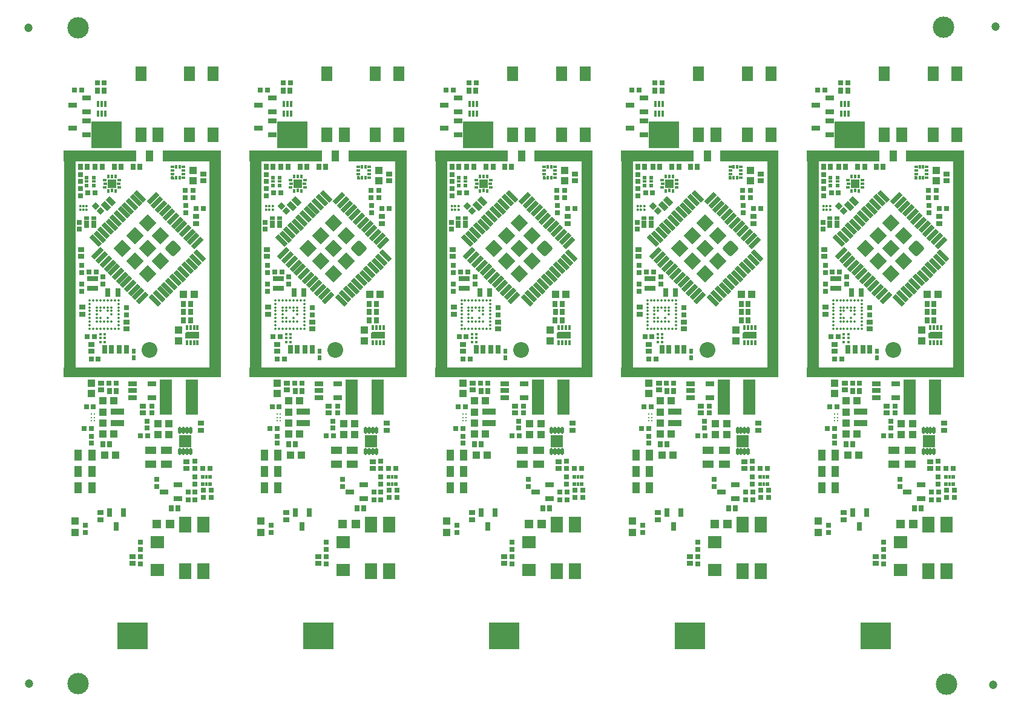
<source format=gbs>
G04*
G04 #@! TF.GenerationSoftware,Altium Limited,Altium Designer,19.1.8 (144)*
G04*
G04 Layer_Color=16711935*
%FSAX25Y25*%
%MOIN*%
G70*
G01*
G75*
%ADD20C,0.03937*%
%ADD29R,0.01968X0.02362*%
%ADD33R,0.02362X0.01968*%
%ADD76C,0.11811*%
%ADD79C,0.04737*%
%ADD81R,0.04488X0.06102*%
%ADD82R,0.39882X0.06102*%
%ADD83R,0.06417X1.22047*%
%ADD84R,0.86614X0.05669*%
%ADD85R,0.06181X1.19409*%
%ADD86R,0.32087X0.06024*%
%ADD87R,0.01784X0.01883*%
%ADD88R,0.01883X0.01784*%
%ADD89R,0.01194X0.01194*%
%ADD90R,0.03950X0.03950*%
%ADD91R,0.03320X0.03162*%
%ADD92R,0.05918X0.07887*%
%ADD93R,0.03044X0.03241*%
%ADD94R,0.05918X0.04343*%
%ADD95R,0.02769X0.03162*%
%ADD96R,0.16548X0.14580*%
%ADD97R,0.07414X0.06784*%
%ADD98R,0.04737X0.04737*%
%ADD99R,0.03162X0.02769*%
%ADD100R,0.06902X0.09068*%
%ADD101R,0.04540X0.02690*%
%ADD102C,0.01378*%
G04:AMPARAMS|DCode=103|XSize=47.37mil|YSize=31.62mil|CornerRadius=0mil|HoleSize=0mil|Usage=FLASHONLY|Rotation=315.000|XOffset=0mil|YOffset=0mil|HoleType=Round|Shape=Rectangle|*
%AMROTATEDRECTD103*
4,1,4,-0.02793,0.00557,-0.00557,0.02793,0.02793,-0.00557,0.00557,-0.02793,-0.02793,0.00557,0.0*
%
%ADD103ROTATEDRECTD103*%

%ADD104R,0.03162X0.03320*%
%ADD105R,0.03950X0.03950*%
G04:AMPARAMS|DCode=106|XSize=27.69mil|YSize=74.93mil|CornerRadius=0mil|HoleSize=0mil|Usage=FLASHONLY|Rotation=45.000|XOffset=0mil|YOffset=0mil|HoleType=Round|Shape=Rectangle|*
%AMROTATEDRECTD106*
4,1,4,0.01670,-0.03628,-0.03628,0.01670,-0.01670,0.03628,0.03628,-0.01670,0.01670,-0.03628,0.0*
%
%ADD106ROTATEDRECTD106*%

G04:AMPARAMS|DCode=107|XSize=27.69mil|YSize=74.93mil|CornerRadius=0mil|HoleSize=0mil|Usage=FLASHONLY|Rotation=135.000|XOffset=0mil|YOffset=0mil|HoleType=Round|Shape=Rectangle|*
%AMROTATEDRECTD107*
4,1,4,0.03628,0.01670,-0.01670,-0.03628,-0.03628,-0.01670,0.01670,0.03628,0.03628,0.01670,0.0*
%
%ADD107ROTATEDRECTD107*%

G04:AMPARAMS|DCode=108|XSize=67.06mil|YSize=67.06mil|CornerRadius=9.91mil|HoleSize=0mil|Usage=FLASHONLY|Rotation=135.000|XOffset=0mil|YOffset=0mil|HoleType=Round|Shape=RoundedRectangle|*
%AMROUNDEDRECTD108*
21,1,0.06706,0.04724,0,0,135.0*
21,1,0.04724,0.06706,0,0,135.0*
1,1,0.01981,0.00000,0.03341*
1,1,0.01981,0.03341,0.00000*
1,1,0.01981,0.00000,-0.03341*
1,1,0.01981,-0.03341,0.00000*
%
%ADD108ROUNDEDRECTD108*%
%ADD109P,0.09483X4X180.0*%
%ADD110R,0.01968X0.01575*%
%ADD111C,0.01417*%
%ADD112R,0.04528X0.04528*%
%ADD113R,0.01772X0.02461*%
%ADD114R,0.02461X0.01772*%
G04:AMPARAMS|DCode=115|XSize=32.41mil|YSize=30.44mil|CornerRadius=0mil|HoleSize=0mil|Usage=FLASHONLY|Rotation=225.000|XOffset=0mil|YOffset=0mil|HoleType=Round|Shape=Rectangle|*
%AMROTATEDRECTD115*
4,1,4,0.00070,0.02222,0.02222,0.00070,-0.00070,-0.02222,-0.02222,-0.00070,0.00070,0.02222,0.0*
%
%ADD115ROTATEDRECTD115*%

%ADD116R,0.02769X0.01981*%
%ADD117R,0.06706X0.07099*%
G04:AMPARAMS|DCode=118|XSize=17.84mil|YSize=41.47mil|CornerRadius=6.46mil|HoleSize=0mil|Usage=FLASHONLY|Rotation=180.000|XOffset=0mil|YOffset=0mil|HoleType=Round|Shape=RoundedRectangle|*
%AMROUNDEDRECTD118*
21,1,0.01784,0.02854,0,0,180.0*
21,1,0.00492,0.04147,0,0,180.0*
1,1,0.01292,-0.00246,0.01427*
1,1,0.01292,0.00246,0.01427*
1,1,0.01292,0.00246,-0.01427*
1,1,0.01292,-0.00246,-0.01427*
%
%ADD118ROUNDEDRECTD118*%
%ADD119R,0.06706X0.19304*%
%ADD120R,0.01772X0.03740*%
%ADD121R,0.01575X0.01968*%
%ADD122R,0.03162X0.05131*%
%ADD123R,0.01981X0.02572*%
%ADD124R,0.02690X0.04540*%
%ADD125R,0.02769X0.02769*%
%ADD126R,0.01575X0.03150*%
%ADD127R,0.01575X0.01575*%
%ADD128R,0.03044X0.04737*%
%ADD129R,0.03162X0.04737*%
%ADD130R,0.02178X0.02769*%
%ADD131R,0.07493X0.03556*%
%ADD132C,0.01260*%
%ADD133R,0.04343X0.05918*%
%ADD134C,0.08674*%
G36*
X0509072Y0300419D02*
X0509097Y0300417D01*
X0509097Y0300417D01*
X0509097D01*
X0509123Y0300412D01*
X0509149Y0300407D01*
X0509149Y0300407D01*
X0509149Y0300407D01*
X0509177Y0300398D01*
X0509198Y0300390D01*
X0509198Y0300390D01*
X0509199Y0300390D01*
X0509228Y0300376D01*
X0509245Y0300367D01*
X0509245Y0300367D01*
X0509245Y0300367D01*
X0509263Y0300355D01*
X0509289Y0300338D01*
X0509289Y0300338D01*
X0509289Y0300338D01*
X0509301Y0300328D01*
X0509329Y0300303D01*
X0509329Y0300303D01*
X0509329Y0300303D01*
X0509673Y0299959D01*
X0509673Y0299959D01*
X0509673Y0299959D01*
X0509708Y0299919D01*
X0509727Y0299890D01*
X0509737Y0299876D01*
X0509737Y0299876D01*
D01*
X0509737Y0299874D01*
X0509760Y0299829D01*
X0509761Y0299826D01*
X0509777Y0299779D01*
X0509783Y0299748D01*
X0509787Y0299728D01*
X0509791Y0299675D01*
Y0299675D01*
Y0299675D01*
X0509791Y0299036D01*
X0509787Y0298983D01*
X0509783Y0298963D01*
X0509777Y0298932D01*
X0509760Y0298882D01*
X0509737Y0298835D01*
D01*
X0509737Y0298835D01*
X0509727Y0298820D01*
X0509708Y0298792D01*
X0509673Y0298752D01*
X0509673Y0298752D01*
X0509673Y0298752D01*
X0509634Y0298717D01*
X0509605Y0298698D01*
X0509590Y0298688D01*
X0509590Y0298688D01*
D01*
X0509543Y0298665D01*
X0509493Y0298648D01*
X0509462Y0298642D01*
X0509442Y0298638D01*
X0509390Y0298635D01*
X0508307D01*
X0508255Y0298638D01*
X0508203Y0298648D01*
X0508154Y0298665D01*
X0508107Y0298688D01*
X0508063Y0298717D01*
X0508024Y0298752D01*
X0507989Y0298792D01*
X0507960Y0298835D01*
X0507937Y0298882D01*
X0507920Y0298932D01*
X0507910Y0298983D01*
X0507906Y0299036D01*
Y0300020D01*
X0507908Y0300047D01*
X0507910Y0300072D01*
X0507910Y0300072D01*
Y0300072D01*
X0507915Y0300097D01*
X0507920Y0300124D01*
X0507920Y0300124D01*
X0507920Y0300124D01*
X0507926Y0300142D01*
X0507937Y0300173D01*
X0507937Y0300173D01*
X0507937Y0300173D01*
X0507947Y0300194D01*
X0507960Y0300220D01*
X0507960Y0300220D01*
X0507960Y0300220D01*
X0507972Y0300238D01*
X0507989Y0300264D01*
X0507989Y0300264D01*
X0507989Y0300264D01*
X0507999Y0300275D01*
X0508024Y0300303D01*
X0508024Y0300303D01*
X0508024Y0300303D01*
X0508051Y0300327D01*
X0508063Y0300338D01*
X0508063Y0300338D01*
X0508063Y0300338D01*
X0508089Y0300355D01*
X0508107Y0300367D01*
X0508107Y0300367D01*
X0508107Y0300367D01*
X0508132Y0300380D01*
X0508154Y0300390D01*
X0508154Y0300390D01*
X0508154Y0300390D01*
X0508185Y0300401D01*
X0508203Y0300407D01*
X0508203Y0300407D01*
X0508203Y0300407D01*
X0508229Y0300412D01*
X0508255Y0300417D01*
X0508255D01*
X0508255Y0300417D01*
X0508280Y0300419D01*
X0508307Y0300421D01*
X0509045Y0300421D01*
X0509045D01*
X0509045D01*
X0509072Y0300419D01*
D02*
G37*
G36*
X0406710D02*
X0406735Y0300417D01*
X0406735Y0300417D01*
X0406735D01*
X0406761Y0300412D01*
X0406787Y0300407D01*
X0406787Y0300407D01*
X0406787Y0300407D01*
X0406815Y0300398D01*
X0406836Y0300390D01*
X0406836Y0300390D01*
X0406836Y0300390D01*
X0406866Y0300376D01*
X0406883Y0300367D01*
X0406883Y0300367D01*
X0406883Y0300367D01*
X0406901Y0300355D01*
X0406927Y0300338D01*
X0406927Y0300338D01*
X0406927Y0300338D01*
X0406939Y0300328D01*
X0406966Y0300303D01*
X0406966Y0300303D01*
X0406966Y0300303D01*
X0407311Y0299959D01*
X0407311Y0299959D01*
X0407311Y0299959D01*
X0407346Y0299919D01*
X0407365Y0299890D01*
X0407375Y0299876D01*
X0407375Y0299876D01*
D01*
X0407375Y0299874D01*
X0407398Y0299829D01*
X0407399Y0299826D01*
X0407415Y0299779D01*
X0407421Y0299748D01*
X0407425Y0299728D01*
X0407428Y0299675D01*
Y0299675D01*
Y0299675D01*
X0407428Y0299036D01*
X0407425Y0298983D01*
X0407421Y0298963D01*
X0407415Y0298932D01*
X0407398Y0298882D01*
X0407375Y0298835D01*
D01*
X0407375Y0298835D01*
X0407365Y0298820D01*
X0407345Y0298792D01*
X0407311Y0298752D01*
X0407311Y0298752D01*
X0407311Y0298752D01*
X0407271Y0298717D01*
X0407243Y0298698D01*
X0407228Y0298688D01*
X0407228Y0298688D01*
D01*
X0407181Y0298665D01*
X0407131Y0298648D01*
X0407100Y0298642D01*
X0407080Y0298638D01*
X0407027Y0298635D01*
X0405945D01*
X0405893Y0298638D01*
X0405841Y0298648D01*
X0405791Y0298665D01*
X0405744Y0298688D01*
X0405701Y0298717D01*
X0405661Y0298752D01*
X0405627Y0298792D01*
X0405598Y0298835D01*
X0405575Y0298882D01*
X0405558Y0298932D01*
X0405547Y0298983D01*
X0405544Y0299036D01*
Y0300020D01*
X0405546Y0300047D01*
X0405547Y0300072D01*
X0405547Y0300072D01*
Y0300072D01*
X0405552Y0300097D01*
X0405558Y0300124D01*
X0405558Y0300124D01*
X0405558Y0300124D01*
X0405564Y0300142D01*
X0405575Y0300173D01*
X0405575Y0300173D01*
X0405575Y0300173D01*
X0405585Y0300194D01*
X0405598Y0300220D01*
X0405598Y0300220D01*
X0405598Y0300220D01*
X0405610Y0300238D01*
X0405627Y0300264D01*
X0405627Y0300264D01*
X0405627Y0300264D01*
X0405637Y0300275D01*
X0405661Y0300303D01*
X0405661Y0300303D01*
X0405661Y0300303D01*
X0405689Y0300327D01*
X0405701Y0300338D01*
X0405701Y0300338D01*
X0405701Y0300338D01*
X0405727Y0300355D01*
X0405744Y0300367D01*
X0405744Y0300367D01*
X0405744Y0300367D01*
X0405770Y0300380D01*
X0405791Y0300390D01*
X0405791Y0300390D01*
X0405791Y0300390D01*
X0405822Y0300401D01*
X0405841Y0300407D01*
X0405841Y0300407D01*
X0405841Y0300407D01*
X0405867Y0300412D01*
X0405892Y0300417D01*
X0405893D01*
X0405893Y0300417D01*
X0405917Y0300419D01*
X0405945Y0300421D01*
X0406683Y0300421D01*
X0406683D01*
X0406683D01*
X0406710Y0300419D01*
D02*
G37*
G36*
X0304348D02*
X0304373Y0300417D01*
X0304373Y0300417D01*
X0304373D01*
X0304398Y0300412D01*
X0304424Y0300407D01*
X0304424Y0300407D01*
X0304424Y0300407D01*
X0304453Y0300398D01*
X0304474Y0300390D01*
X0304474Y0300390D01*
X0304474Y0300390D01*
X0304504Y0300376D01*
X0304521Y0300367D01*
X0304521Y0300367D01*
X0304521Y0300367D01*
X0304539Y0300355D01*
X0304565Y0300338D01*
X0304565Y0300338D01*
X0304565Y0300338D01*
X0304576Y0300328D01*
X0304604Y0300303D01*
X0304604Y0300303D01*
X0304604Y0300303D01*
X0304949Y0299959D01*
X0304949Y0299959D01*
X0304949Y0299959D01*
X0304983Y0299919D01*
X0305003Y0299890D01*
X0305012Y0299876D01*
X0305012Y0299876D01*
D01*
X0305013Y0299874D01*
X0305036Y0299829D01*
X0305037Y0299826D01*
X0305053Y0299779D01*
X0305059Y0299748D01*
X0305063Y0299728D01*
X0305066Y0299675D01*
Y0299675D01*
Y0299675D01*
X0305066Y0299036D01*
X0305063Y0298983D01*
X0305059Y0298963D01*
X0305052Y0298932D01*
X0305036Y0298882D01*
X0305012Y0298835D01*
D01*
X0305012Y0298835D01*
X0305003Y0298820D01*
X0304983Y0298792D01*
X0304949Y0298752D01*
X0304949Y0298752D01*
X0304949Y0298752D01*
X0304909Y0298717D01*
X0304880Y0298698D01*
X0304866Y0298688D01*
X0304866Y0298688D01*
D01*
X0304819Y0298665D01*
X0304769Y0298648D01*
X0304738Y0298642D01*
X0304718Y0298638D01*
X0304665Y0298635D01*
X0303583D01*
X0303530Y0298638D01*
X0303479Y0298648D01*
X0303429Y0298665D01*
X0303382Y0298688D01*
X0303339Y0298717D01*
X0303299Y0298752D01*
X0303265Y0298792D01*
X0303236Y0298835D01*
X0303212Y0298882D01*
X0303195Y0298932D01*
X0303185Y0298983D01*
X0303182Y0299036D01*
Y0300020D01*
X0303184Y0300047D01*
X0303185Y0300072D01*
X0303185Y0300072D01*
Y0300072D01*
X0303190Y0300097D01*
X0303195Y0300124D01*
X0303195Y0300124D01*
X0303195Y0300124D01*
X0303202Y0300142D01*
X0303212Y0300173D01*
X0303212Y0300173D01*
X0303212Y0300173D01*
X0303223Y0300194D01*
X0303236Y0300220D01*
X0303236Y0300220D01*
X0303236Y0300220D01*
X0303247Y0300238D01*
X0303265Y0300264D01*
X0303265Y0300264D01*
X0303265Y0300264D01*
X0303275Y0300275D01*
X0303299Y0300303D01*
X0303299Y0300303D01*
X0303299Y0300303D01*
X0303327Y0300327D01*
X0303339Y0300338D01*
X0303339Y0300338D01*
X0303339Y0300338D01*
X0303364Y0300355D01*
X0303382Y0300367D01*
X0303382Y0300367D01*
X0303382Y0300367D01*
X0303408Y0300380D01*
X0303429Y0300390D01*
X0303429Y0300390D01*
X0303429Y0300390D01*
X0303460Y0300401D01*
X0303479Y0300407D01*
X0303479Y0300407D01*
X0303479Y0300407D01*
X0303505Y0300412D01*
X0303530Y0300417D01*
X0303530D01*
X0303530Y0300417D01*
X0303555Y0300419D01*
X0303583Y0300421D01*
X0304321Y0300421D01*
X0304321D01*
X0304321D01*
X0304348Y0300419D01*
D02*
G37*
G36*
X0201986D02*
X0202011Y0300417D01*
X0202011Y0300417D01*
X0202011D01*
X0202036Y0300412D01*
X0202062Y0300407D01*
X0202062Y0300407D01*
X0202062Y0300407D01*
X0202090Y0300398D01*
X0202112Y0300390D01*
X0202112Y0300390D01*
X0202112Y0300390D01*
X0202142Y0300376D01*
X0202159Y0300367D01*
X0202159Y0300367D01*
X0202159Y0300367D01*
X0202176Y0300355D01*
X0202203Y0300338D01*
X0202203Y0300338D01*
X0202203Y0300338D01*
X0202214Y0300328D01*
X0202242Y0300303D01*
X0202242Y0300303D01*
X0202242Y0300303D01*
X0202587Y0299959D01*
X0202587Y0299959D01*
X0202587Y0299959D01*
X0202621Y0299919D01*
X0202641Y0299890D01*
X0202650Y0299876D01*
X0202650Y0299876D01*
D01*
X0202651Y0299874D01*
X0202674Y0299829D01*
X0202674Y0299826D01*
X0202690Y0299779D01*
X0202696Y0299748D01*
X0202701Y0299728D01*
X0202704Y0299675D01*
Y0299675D01*
Y0299675D01*
X0202704Y0299036D01*
X0202701Y0298983D01*
X0202696Y0298963D01*
X0202690Y0298932D01*
X0202674Y0298882D01*
X0202650Y0298835D01*
D01*
X0202650Y0298835D01*
X0202641Y0298820D01*
X0202621Y0298792D01*
X0202587Y0298752D01*
X0202587Y0298752D01*
X0202587Y0298752D01*
X0202547Y0298717D01*
X0202518Y0298698D01*
X0202504Y0298688D01*
X0202503Y0298688D01*
D01*
X0202456Y0298665D01*
X0202407Y0298648D01*
X0202376Y0298642D01*
X0202356Y0298638D01*
X0202303Y0298635D01*
X0201220D01*
X0201168Y0298638D01*
X0201117Y0298648D01*
X0201067Y0298665D01*
X0201020Y0298688D01*
X0200976Y0298717D01*
X0200937Y0298752D01*
X0200902Y0298792D01*
X0200873Y0298835D01*
X0200850Y0298882D01*
X0200833Y0298932D01*
X0200823Y0298983D01*
X0200820Y0299036D01*
Y0300020D01*
X0200821Y0300047D01*
X0200823Y0300072D01*
X0200823Y0300072D01*
Y0300072D01*
X0200828Y0300097D01*
X0200833Y0300124D01*
X0200833Y0300124D01*
X0200833Y0300124D01*
X0200840Y0300142D01*
X0200850Y0300173D01*
X0200850Y0300173D01*
X0200850Y0300173D01*
X0200861Y0300194D01*
X0200873Y0300220D01*
X0200873Y0300220D01*
X0200873Y0300220D01*
X0200885Y0300238D01*
X0200902Y0300264D01*
X0200902Y0300264D01*
X0200902Y0300264D01*
X0200913Y0300275D01*
X0200937Y0300303D01*
X0200937Y0300303D01*
X0200937Y0300303D01*
X0200965Y0300327D01*
X0200976Y0300338D01*
X0200976Y0300338D01*
X0200976Y0300338D01*
X0201002Y0300355D01*
X0201020Y0300367D01*
X0201020Y0300367D01*
X0201020Y0300367D01*
X0201046Y0300380D01*
X0201067Y0300390D01*
X0201067Y0300390D01*
X0201067Y0300390D01*
X0201098Y0300401D01*
X0201117Y0300407D01*
X0201117Y0300407D01*
X0201117Y0300407D01*
X0201143Y0300412D01*
X0201168Y0300417D01*
X0201168D01*
X0201168Y0300417D01*
X0201193Y0300419D01*
X0201220Y0300421D01*
X0201958Y0300421D01*
X0201958D01*
X0201958D01*
X0201986Y0300419D01*
D02*
G37*
G36*
X0099624D02*
X0099649Y0300417D01*
X0099649Y0300417D01*
X0099649D01*
X0099674Y0300412D01*
X0099700Y0300407D01*
X0099700Y0300407D01*
X0099700Y0300407D01*
X0099728Y0300398D01*
X0099750Y0300390D01*
X0099750Y0300390D01*
X0099750Y0300390D01*
X0099779Y0300376D01*
X0099797Y0300367D01*
X0099797Y0300367D01*
X0099797Y0300367D01*
X0099814Y0300355D01*
X0099840Y0300338D01*
X0099840Y0300338D01*
X0099840Y0300338D01*
X0099852Y0300328D01*
X0099880Y0300303D01*
X0099880Y0300303D01*
X0099880Y0300303D01*
X0100224Y0299959D01*
X0100224Y0299959D01*
X0100224Y0299959D01*
X0100259Y0299919D01*
X0100278Y0299890D01*
X0100288Y0299876D01*
X0100288Y0299876D01*
D01*
X0100289Y0299874D01*
X0100311Y0299829D01*
X0100312Y0299826D01*
X0100328Y0299779D01*
X0100334Y0299748D01*
X0100338Y0299728D01*
X0100342Y0299675D01*
Y0299675D01*
Y0299675D01*
X0100342Y0299036D01*
X0100338Y0298983D01*
X0100334Y0298963D01*
X0100328Y0298932D01*
X0100311Y0298882D01*
X0100288Y0298835D01*
D01*
X0100288Y0298835D01*
X0100278Y0298820D01*
X0100259Y0298792D01*
X0100224Y0298752D01*
X0100224Y0298752D01*
X0100224Y0298752D01*
X0100185Y0298717D01*
X0100156Y0298698D01*
X0100141Y0298688D01*
X0100141Y0298688D01*
D01*
X0100094Y0298665D01*
X0100045Y0298648D01*
X0100014Y0298642D01*
X0099993Y0298638D01*
X0099941Y0298635D01*
X0098858D01*
X0098806Y0298638D01*
X0098755Y0298648D01*
X0098705Y0298665D01*
X0098658Y0298688D01*
X0098614Y0298717D01*
X0098575Y0298752D01*
X0098540Y0298792D01*
X0098511Y0298835D01*
X0098488Y0298882D01*
X0098471Y0298932D01*
X0098461Y0298983D01*
X0098457Y0299036D01*
Y0300020D01*
X0098459Y0300047D01*
X0098461Y0300072D01*
X0098461Y0300072D01*
Y0300072D01*
X0098466Y0300097D01*
X0098471Y0300124D01*
X0098471Y0300124D01*
X0098471Y0300124D01*
X0098477Y0300142D01*
X0098488Y0300173D01*
X0098488Y0300173D01*
X0098488Y0300173D01*
X0098498Y0300194D01*
X0098511Y0300220D01*
X0098511Y0300220D01*
X0098511Y0300220D01*
X0098523Y0300238D01*
X0098540Y0300264D01*
X0098540Y0300264D01*
X0098540Y0300264D01*
X0098550Y0300275D01*
X0098575Y0300303D01*
X0098575Y0300303D01*
X0098575Y0300303D01*
X0098602Y0300327D01*
X0098614Y0300338D01*
X0098614Y0300338D01*
X0098614Y0300338D01*
X0098640Y0300355D01*
X0098658Y0300367D01*
X0098658Y0300367D01*
X0098658Y0300367D01*
X0098684Y0300380D01*
X0098705Y0300390D01*
X0098705Y0300390D01*
X0098705Y0300390D01*
X0098736Y0300401D01*
X0098754Y0300407D01*
X0098755Y0300407D01*
X0098755Y0300407D01*
X0098781Y0300412D01*
X0098806Y0300417D01*
X0098806D01*
X0098806Y0300417D01*
X0098831Y0300419D01*
X0098858Y0300421D01*
X0099596Y0300421D01*
X0099596D01*
X0099596D01*
X0099624Y0300419D01*
D02*
G37*
G36*
X0523104Y0214650D02*
X0523134Y0214643D01*
X0523155Y0214639D01*
X0523155Y0214639D01*
D01*
X0523205Y0214622D01*
X0523252Y0214599D01*
X0523295Y0214570D01*
X0523332Y0214538D01*
X0523335Y0214536D01*
Y0214536D01*
X0523335D01*
X0523337Y0214533D01*
X0523369Y0214496D01*
X0523398Y0214453D01*
X0523422Y0214405D01*
X0523438Y0214356D01*
D01*
X0523438Y0214356D01*
X0523443Y0214335D01*
X0523449Y0214304D01*
X0523452Y0214252D01*
Y0214252D01*
Y0214252D01*
X0523452Y0211182D01*
X0523450Y0211157D01*
X0523449Y0211130D01*
X0523449Y0211130D01*
X0523449Y0211130D01*
X0523444Y0211106D01*
X0523438Y0211079D01*
X0523438Y0211078D01*
X0523438Y0211078D01*
X0523431Y0211057D01*
X0523421Y0211029D01*
X0523421Y0211029D01*
X0523421Y0211029D01*
X0523411Y0211007D01*
X0523398Y0210982D01*
X0523398Y0210982D01*
X0523398Y0210981D01*
X0523382Y0210958D01*
X0523369Y0210938D01*
X0523369Y0210938D01*
X0523369Y0210938D01*
X0523350Y0210917D01*
X0523335Y0210899D01*
X0523335Y0210899D01*
X0523335Y0210898D01*
X0523317Y0210883D01*
X0523295Y0210864D01*
X0523295Y0210864D01*
X0523295Y0210864D01*
X0523276Y0210851D01*
X0523252Y0210835D01*
X0523252Y0210835D01*
X0523251Y0210835D01*
X0523226Y0210822D01*
X0523205Y0210812D01*
X0523205Y0210812D01*
X0523204Y0210812D01*
X0523176Y0210802D01*
X0523155Y0210795D01*
X0523155Y0210795D01*
X0523155Y0210795D01*
X0523128Y0210789D01*
X0523104Y0210785D01*
X0523104Y0210785D01*
X0523103Y0210785D01*
X0523077Y0210783D01*
X0523051Y0210781D01*
X0516201Y0210776D01*
X0516201Y0210776D01*
X0516201Y0210776D01*
X0516181Y0210778D01*
X0516149Y0210780D01*
X0516149Y0210780D01*
X0516149D01*
X0516125Y0210785D01*
X0516098Y0210790D01*
X0516098Y0210790D01*
X0516098Y0210790D01*
X0516072Y0210799D01*
X0516048Y0210807D01*
X0516048Y0210807D01*
X0516048Y0210807D01*
X0516031Y0210815D01*
X0516001Y0210830D01*
X0516001Y0210830D01*
X0516001Y0210830D01*
X0515984Y0210841D01*
X0515957Y0210859D01*
X0515957Y0210859D01*
X0515957Y0210859D01*
X0515940Y0210874D01*
X0515918Y0210894D01*
X0515918Y0210894D01*
X0515918Y0210894D01*
X0515899Y0210915D01*
X0515883Y0210933D01*
X0515883Y0210933D01*
X0515883Y0210933D01*
X0515866Y0210960D01*
X0515854Y0210977D01*
X0515854Y0210977D01*
X0515854Y0210977D01*
X0515839Y0211007D01*
X0515831Y0211023D01*
X0515831Y0211024D01*
X0515831Y0211024D01*
X0515823Y0211047D01*
X0515814Y0211073D01*
X0515814Y0211073D01*
X0515814Y0211073D01*
X0515809Y0211099D01*
X0515804Y0211125D01*
Y0211125D01*
X0515804Y0211125D01*
X0515802Y0211156D01*
X0515800Y0211177D01*
X0515800Y0211177D01*
X0515800Y0211177D01*
X0515800Y0213662D01*
X0515800Y0213662D01*
X0515800Y0213662D01*
X0515802Y0213691D01*
X0515803Y0213714D01*
X0515803Y0213714D01*
X0515803Y0213714D01*
X0515808Y0213738D01*
X0515813Y0213765D01*
X0515813Y0213766D01*
X0515813Y0213766D01*
X0515820Y0213783D01*
X0515830Y0213815D01*
X0515830Y0213815D01*
X0515830Y0213815D01*
X0515842Y0213839D01*
X0515853Y0213862D01*
X0515854Y0213862D01*
X0515854Y0213862D01*
X0515872Y0213889D01*
X0515882Y0213906D01*
X0515883Y0213906D01*
X0515883Y0213906D01*
X0515902Y0213928D01*
X0515917Y0213945D01*
X0515917Y0213945D01*
X0515917Y0213945D01*
X0516509Y0214536D01*
X0516526Y0214551D01*
X0516548Y0214570D01*
X0516548Y0214570D01*
X0516548Y0214570D01*
X0516568Y0214583D01*
X0516592Y0214599D01*
X0516592Y0214599D01*
X0516592Y0214599D01*
X0516615Y0214611D01*
X0516639Y0214622D01*
X0516639Y0214622D01*
X0516639Y0214622D01*
X0516657Y0214629D01*
X0516688Y0214639D01*
X0516688Y0214639D01*
X0516689Y0214639D01*
X0516707Y0214643D01*
X0516740Y0214649D01*
X0516740Y0214649D01*
X0516740Y0214650D01*
X0516764Y0214651D01*
X0516792Y0214653D01*
X0523051Y0214653D01*
X0523051D01*
X0523051D01*
X0523104Y0214650D01*
D02*
G37*
G36*
X0420741D02*
X0420772Y0214643D01*
X0420793Y0214639D01*
X0420793Y0214639D01*
D01*
X0420842Y0214622D01*
X0420890Y0214599D01*
X0420933Y0214570D01*
X0420970Y0214538D01*
X0420972Y0214536D01*
Y0214536D01*
X0420972D01*
X0420975Y0214533D01*
X0421007Y0214496D01*
X0421036Y0214453D01*
X0421059Y0214405D01*
X0421076Y0214356D01*
D01*
X0421076Y0214356D01*
X0421080Y0214335D01*
X0421086Y0214304D01*
X0421090Y0214252D01*
Y0214252D01*
Y0214252D01*
X0421090Y0211182D01*
X0421088Y0211157D01*
X0421086Y0211130D01*
X0421086Y0211130D01*
X0421086Y0211130D01*
X0421081Y0211106D01*
X0421076Y0211079D01*
X0421076Y0211078D01*
X0421076Y0211078D01*
X0421069Y0211057D01*
X0421059Y0211029D01*
X0421059Y0211029D01*
X0421059Y0211029D01*
X0421049Y0211007D01*
X0421036Y0210982D01*
X0421036Y0210982D01*
X0421036Y0210981D01*
X0421020Y0210958D01*
X0421007Y0210938D01*
X0421007Y0210938D01*
X0421007Y0210938D01*
X0420988Y0210917D01*
X0420972Y0210899D01*
X0420972Y0210899D01*
X0420972Y0210898D01*
X0420954Y0210883D01*
X0420933Y0210864D01*
X0420933Y0210864D01*
X0420933Y0210864D01*
X0420913Y0210851D01*
X0420890Y0210835D01*
X0420889Y0210835D01*
X0420889Y0210835D01*
X0420864Y0210822D01*
X0420843Y0210812D01*
X0420842Y0210812D01*
X0420842Y0210812D01*
X0420814Y0210802D01*
X0420793Y0210795D01*
X0420793Y0210795D01*
X0420793Y0210795D01*
X0420765Y0210789D01*
X0420741Y0210785D01*
X0420741Y0210785D01*
X0420741Y0210785D01*
X0420715Y0210783D01*
X0420689Y0210781D01*
X0413839Y0210776D01*
X0413839Y0210776D01*
X0413839Y0210776D01*
X0413819Y0210778D01*
X0413787Y0210780D01*
X0413787Y0210780D01*
X0413787D01*
X0413762Y0210785D01*
X0413736Y0210790D01*
X0413735Y0210790D01*
X0413735Y0210790D01*
X0413709Y0210799D01*
X0413686Y0210807D01*
X0413686Y0210807D01*
X0413686Y0210807D01*
X0413669Y0210815D01*
X0413639Y0210830D01*
X0413639Y0210830D01*
X0413639Y0210830D01*
X0413622Y0210841D01*
X0413595Y0210859D01*
X0413595Y0210859D01*
X0413595Y0210859D01*
X0413578Y0210874D01*
X0413556Y0210894D01*
X0413556Y0210894D01*
X0413556Y0210894D01*
X0413537Y0210915D01*
X0413521Y0210933D01*
X0413521Y0210933D01*
X0413521Y0210933D01*
X0413503Y0210960D01*
X0413492Y0210977D01*
X0413492Y0210977D01*
X0413492Y0210977D01*
X0413477Y0211007D01*
X0413469Y0211023D01*
X0413469Y0211024D01*
X0413469Y0211024D01*
X0413461Y0211047D01*
X0413452Y0211073D01*
X0413452Y0211073D01*
X0413452Y0211073D01*
X0413447Y0211099D01*
X0413442Y0211125D01*
Y0211125D01*
X0413442Y0211125D01*
X0413440Y0211156D01*
X0413438Y0211177D01*
X0413438Y0211177D01*
X0413438Y0211177D01*
X0413438Y0213662D01*
X0413438Y0213662D01*
X0413438Y0213662D01*
X0413440Y0213691D01*
X0413441Y0213714D01*
X0413441Y0213714D01*
X0413441Y0213714D01*
X0413446Y0213738D01*
X0413451Y0213765D01*
X0413451Y0213766D01*
X0413451Y0213766D01*
X0413457Y0213783D01*
X0413468Y0213815D01*
X0413468Y0213815D01*
X0413468Y0213815D01*
X0413480Y0213839D01*
X0413491Y0213862D01*
X0413491Y0213862D01*
X0413491Y0213862D01*
X0413509Y0213889D01*
X0413520Y0213906D01*
X0413520Y0213906D01*
X0413521Y0213906D01*
X0413540Y0213928D01*
X0413555Y0213945D01*
X0413555Y0213945D01*
X0413555Y0213945D01*
X0414147Y0214536D01*
X0414164Y0214551D01*
X0414186Y0214570D01*
X0414186Y0214570D01*
X0414186Y0214570D01*
X0414206Y0214583D01*
X0414229Y0214599D01*
X0414229Y0214599D01*
X0414230Y0214599D01*
X0414253Y0214611D01*
X0414276Y0214622D01*
X0414277Y0214622D01*
X0414277Y0214622D01*
X0414295Y0214629D01*
X0414326Y0214639D01*
X0414326Y0214639D01*
X0414326Y0214639D01*
X0414345Y0214643D01*
X0414377Y0214649D01*
X0414378Y0214649D01*
X0414378Y0214650D01*
X0414402Y0214651D01*
X0414430Y0214653D01*
X0420689Y0214653D01*
X0420689D01*
X0420689D01*
X0420741Y0214650D01*
D02*
G37*
G36*
X0318379D02*
X0318410Y0214643D01*
X0318431Y0214639D01*
X0318431Y0214639D01*
D01*
X0318480Y0214622D01*
X0318527Y0214599D01*
X0318571Y0214570D01*
X0318607Y0214538D01*
X0318610Y0214536D01*
Y0214536D01*
X0318610D01*
X0318613Y0214533D01*
X0318645Y0214496D01*
X0318674Y0214453D01*
X0318697Y0214405D01*
X0318714Y0214356D01*
D01*
X0318714Y0214356D01*
X0318718Y0214335D01*
X0318724Y0214304D01*
X0318728Y0214252D01*
Y0214252D01*
Y0214252D01*
X0318727Y0211182D01*
X0318726Y0211157D01*
X0318724Y0211130D01*
X0318724Y0211130D01*
X0318724Y0211130D01*
X0318719Y0211106D01*
X0318714Y0211079D01*
X0318714Y0211078D01*
X0318714Y0211078D01*
X0318707Y0211057D01*
X0318697Y0211029D01*
X0318697Y0211029D01*
X0318697Y0211029D01*
X0318687Y0211007D01*
X0318674Y0210982D01*
X0318674Y0210982D01*
X0318674Y0210981D01*
X0318658Y0210958D01*
X0318645Y0210938D01*
X0318645Y0210938D01*
X0318645Y0210938D01*
X0318626Y0210917D01*
X0318610Y0210899D01*
X0318610Y0210899D01*
X0318610Y0210898D01*
X0318592Y0210883D01*
X0318571Y0210864D01*
X0318571Y0210864D01*
X0318571Y0210864D01*
X0318551Y0210851D01*
X0318527Y0210835D01*
X0318527Y0210835D01*
X0318527Y0210835D01*
X0318502Y0210822D01*
X0318480Y0210812D01*
X0318480Y0210812D01*
X0318480Y0210812D01*
X0318452Y0210802D01*
X0318431Y0210795D01*
X0318430Y0210795D01*
X0318430Y0210795D01*
X0318403Y0210789D01*
X0318379Y0210785D01*
X0318379Y0210785D01*
X0318379Y0210785D01*
X0318353Y0210783D01*
X0318327Y0210781D01*
X0311477Y0210776D01*
X0311477Y0210776D01*
X0311477Y0210776D01*
X0311457Y0210778D01*
X0311425Y0210780D01*
X0311425Y0210780D01*
X0311425D01*
X0311400Y0210785D01*
X0311373Y0210790D01*
X0311373Y0210790D01*
X0311373Y0210790D01*
X0311347Y0210799D01*
X0311324Y0210807D01*
X0311324Y0210807D01*
X0311324Y0210807D01*
X0311307Y0210815D01*
X0311277Y0210830D01*
X0311277Y0210830D01*
X0311277Y0210830D01*
X0311260Y0210841D01*
X0311233Y0210859D01*
X0311233Y0210859D01*
X0311233Y0210859D01*
X0311216Y0210874D01*
X0311194Y0210894D01*
X0311194Y0210894D01*
X0311193Y0210894D01*
X0311174Y0210915D01*
X0311159Y0210933D01*
X0311159Y0210933D01*
X0311159Y0210933D01*
X0311141Y0210960D01*
X0311130Y0210977D01*
X0311130Y0210977D01*
X0311130Y0210977D01*
X0311115Y0211007D01*
X0311107Y0211023D01*
X0311107Y0211024D01*
X0311107Y0211024D01*
X0311099Y0211047D01*
X0311090Y0211073D01*
X0311090Y0211073D01*
X0311090Y0211073D01*
X0311085Y0211099D01*
X0311080Y0211125D01*
Y0211125D01*
X0311079Y0211125D01*
X0311077Y0211156D01*
X0311076Y0211177D01*
X0311076Y0211177D01*
X0311076Y0211177D01*
X0311075Y0213662D01*
X0311075Y0213662D01*
X0311075Y0213662D01*
X0311077Y0213691D01*
X0311079Y0213714D01*
X0311079Y0213714D01*
X0311079Y0213714D01*
X0311084Y0213738D01*
X0311089Y0213765D01*
X0311089Y0213766D01*
X0311089Y0213766D01*
X0311095Y0213783D01*
X0311106Y0213815D01*
X0311106Y0213815D01*
X0311106Y0213815D01*
X0311118Y0213839D01*
X0311129Y0213862D01*
X0311129Y0213862D01*
X0311129Y0213862D01*
X0311147Y0213889D01*
X0311158Y0213906D01*
X0311158Y0213906D01*
X0311158Y0213906D01*
X0311178Y0213928D01*
X0311193Y0213945D01*
X0311193Y0213945D01*
X0311193Y0213945D01*
X0311784Y0214536D01*
X0311802Y0214551D01*
X0311824Y0214570D01*
X0311824Y0214570D01*
X0311824Y0214570D01*
X0311844Y0214583D01*
X0311867Y0214599D01*
X0311867Y0214599D01*
X0311867Y0214599D01*
X0311891Y0214611D01*
X0311914Y0214622D01*
X0311914Y0214622D01*
X0311914Y0214622D01*
X0311932Y0214629D01*
X0311964Y0214639D01*
X0311964Y0214639D01*
X0311964Y0214639D01*
X0311983Y0214643D01*
X0312015Y0214649D01*
X0312016Y0214649D01*
X0312016Y0214650D01*
X0312040Y0214651D01*
X0312068Y0214653D01*
X0318327Y0214653D01*
X0318327D01*
X0318327D01*
X0318379Y0214650D01*
D02*
G37*
G36*
X0216017D02*
X0216048Y0214643D01*
X0216068Y0214639D01*
X0216068Y0214639D01*
D01*
X0216118Y0214622D01*
X0216165Y0214599D01*
X0216209Y0214570D01*
X0216245Y0214538D01*
X0216248Y0214536D01*
Y0214536D01*
X0216248D01*
X0216250Y0214533D01*
X0216283Y0214496D01*
X0216312Y0214453D01*
X0216335Y0214405D01*
X0216352Y0214356D01*
D01*
X0216352Y0214356D01*
X0216356Y0214335D01*
X0216362Y0214304D01*
X0216366Y0214252D01*
Y0214252D01*
Y0214252D01*
X0216365Y0211182D01*
X0216364Y0211157D01*
X0216362Y0211130D01*
X0216362Y0211130D01*
X0216362Y0211130D01*
X0216357Y0211106D01*
X0216352Y0211079D01*
X0216352Y0211078D01*
X0216352Y0211078D01*
X0216345Y0211057D01*
X0216335Y0211029D01*
X0216335Y0211029D01*
X0216335Y0211029D01*
X0216324Y0211007D01*
X0216312Y0210982D01*
X0216312Y0210982D01*
X0216312Y0210981D01*
X0216296Y0210958D01*
X0216283Y0210938D01*
X0216283Y0210938D01*
X0216283Y0210938D01*
X0216264Y0210917D01*
X0216248Y0210899D01*
X0216248Y0210899D01*
X0216248Y0210898D01*
X0216230Y0210883D01*
X0216209Y0210864D01*
X0216209Y0210864D01*
X0216209Y0210864D01*
X0216189Y0210851D01*
X0216165Y0210835D01*
X0216165Y0210835D01*
X0216165Y0210835D01*
X0216140Y0210822D01*
X0216118Y0210812D01*
X0216118Y0210812D01*
X0216118Y0210812D01*
X0216090Y0210802D01*
X0216069Y0210795D01*
X0216068Y0210795D01*
X0216068Y0210795D01*
X0216041Y0210789D01*
X0216017Y0210785D01*
X0216017Y0210785D01*
X0216017Y0210785D01*
X0215990Y0210783D01*
X0215965Y0210781D01*
X0209115Y0210776D01*
X0209115Y0210776D01*
X0209115Y0210776D01*
X0209094Y0210778D01*
X0209063Y0210780D01*
X0209063Y0210780D01*
X0209062D01*
X0209038Y0210785D01*
X0209011Y0210790D01*
X0209011Y0210790D01*
X0209011Y0210790D01*
X0208985Y0210799D01*
X0208962Y0210807D01*
X0208961Y0210807D01*
X0208961Y0210807D01*
X0208945Y0210815D01*
X0208914Y0210830D01*
X0208914Y0210830D01*
X0208914Y0210830D01*
X0208898Y0210841D01*
X0208871Y0210859D01*
X0208871Y0210859D01*
X0208871Y0210859D01*
X0208853Y0210874D01*
X0208831Y0210894D01*
X0208831Y0210894D01*
X0208831Y0210894D01*
X0208812Y0210915D01*
X0208797Y0210933D01*
X0208797Y0210933D01*
X0208797Y0210933D01*
X0208779Y0210960D01*
X0208768Y0210977D01*
X0208768Y0210977D01*
X0208768Y0210977D01*
X0208753Y0211007D01*
X0208744Y0211023D01*
X0208744Y0211024D01*
X0208744Y0211024D01*
X0208736Y0211047D01*
X0208728Y0211073D01*
X0208728Y0211073D01*
X0208728Y0211073D01*
X0208722Y0211099D01*
X0208717Y0211125D01*
Y0211125D01*
X0208717Y0211125D01*
X0208715Y0211156D01*
X0208714Y0211177D01*
X0208714Y0211177D01*
X0208714Y0211177D01*
X0208713Y0213662D01*
X0208713Y0213662D01*
X0208713Y0213662D01*
X0208715Y0213691D01*
X0208717Y0213714D01*
X0208717Y0213714D01*
X0208717Y0213714D01*
X0208721Y0213738D01*
X0208727Y0213765D01*
X0208727Y0213766D01*
X0208727Y0213766D01*
X0208733Y0213783D01*
X0208744Y0213815D01*
X0208744Y0213815D01*
X0208744Y0213815D01*
X0208755Y0213839D01*
X0208767Y0213862D01*
X0208767Y0213862D01*
X0208767Y0213862D01*
X0208785Y0213889D01*
X0208796Y0213906D01*
X0208796Y0213906D01*
X0208796Y0213906D01*
X0208816Y0213928D01*
X0208830Y0213945D01*
X0208831Y0213945D01*
X0208831Y0213945D01*
X0209422Y0214536D01*
X0209439Y0214551D01*
X0209461Y0214570D01*
X0209461Y0214570D01*
X0209462Y0214570D01*
X0209481Y0214583D01*
X0209505Y0214599D01*
X0209505Y0214599D01*
X0209505Y0214599D01*
X0209528Y0214611D01*
X0209552Y0214622D01*
X0209552Y0214622D01*
X0209552Y0214622D01*
X0209570Y0214629D01*
X0209602Y0214639D01*
X0209602Y0214639D01*
X0209602Y0214639D01*
X0209620Y0214643D01*
X0209653Y0214649D01*
X0209653Y0214649D01*
X0209653Y0214650D01*
X0209677Y0214651D01*
X0209705Y0214653D01*
X0215965Y0214653D01*
X0215965D01*
X0215965D01*
X0216017Y0214650D01*
D02*
G37*
G36*
X0113655D02*
X0113686Y0214643D01*
X0113706Y0214639D01*
X0113706Y0214639D01*
D01*
X0113756Y0214622D01*
X0113803Y0214599D01*
X0113847Y0214570D01*
X0113883Y0214538D01*
X0113886Y0214536D01*
Y0214536D01*
X0113886D01*
X0113888Y0214533D01*
X0113920Y0214496D01*
X0113950Y0214453D01*
X0113973Y0214405D01*
X0113990Y0214356D01*
D01*
X0113990Y0214356D01*
X0113994Y0214335D01*
X0114000Y0214304D01*
X0114003Y0214252D01*
Y0214252D01*
Y0214252D01*
X0114003Y0211182D01*
X0114002Y0211157D01*
X0114000Y0211130D01*
X0114000Y0211130D01*
X0114000Y0211130D01*
X0113995Y0211106D01*
X0113990Y0211079D01*
X0113989Y0211078D01*
X0113989Y0211078D01*
X0113982Y0211057D01*
X0113973Y0211029D01*
X0113973Y0211029D01*
X0113973Y0211029D01*
X0113962Y0211007D01*
X0113950Y0210982D01*
X0113950Y0210982D01*
X0113949Y0210981D01*
X0113934Y0210958D01*
X0113920Y0210938D01*
X0113920Y0210938D01*
X0113920Y0210938D01*
X0113902Y0210917D01*
X0113886Y0210899D01*
X0113886Y0210899D01*
X0113886Y0210898D01*
X0113868Y0210883D01*
X0113847Y0210864D01*
X0113846Y0210864D01*
X0113846Y0210864D01*
X0113827Y0210851D01*
X0113803Y0210835D01*
X0113803Y0210835D01*
X0113803Y0210835D01*
X0113777Y0210822D01*
X0113756Y0210812D01*
X0113756Y0210812D01*
X0113756Y0210812D01*
X0113727Y0210802D01*
X0113706Y0210795D01*
X0113706Y0210795D01*
X0113706Y0210795D01*
X0113679Y0210789D01*
X0113655Y0210785D01*
X0113655Y0210785D01*
X0113655Y0210785D01*
X0113628Y0210783D01*
X0113603Y0210781D01*
X0106753Y0210776D01*
X0106753Y0210776D01*
X0106753Y0210776D01*
X0106732Y0210778D01*
X0106700Y0210780D01*
X0106700Y0210780D01*
X0106700D01*
X0106676Y0210785D01*
X0106649Y0210790D01*
X0106649Y0210790D01*
X0106649Y0210790D01*
X0106623Y0210799D01*
X0106599Y0210807D01*
X0106599Y0210807D01*
X0106599Y0210807D01*
X0106583Y0210815D01*
X0106552Y0210830D01*
X0106552Y0210830D01*
X0106552Y0210830D01*
X0106536Y0210841D01*
X0106509Y0210859D01*
X0106509Y0210859D01*
X0106509Y0210859D01*
X0106491Y0210874D01*
X0106469Y0210894D01*
X0106469Y0210894D01*
X0106469Y0210894D01*
X0106450Y0210915D01*
X0106435Y0210933D01*
X0106435Y0210933D01*
X0106435Y0210933D01*
X0106417Y0210960D01*
X0106405Y0210977D01*
X0106405Y0210977D01*
X0106405Y0210977D01*
X0106391Y0211007D01*
X0106382Y0211023D01*
X0106382Y0211024D01*
X0106382Y0211024D01*
X0106374Y0211047D01*
X0106365Y0211073D01*
X0106365Y0211073D01*
X0106365Y0211073D01*
X0106360Y0211099D01*
X0106355Y0211125D01*
Y0211125D01*
X0106355Y0211125D01*
X0106353Y0211156D01*
X0106352Y0211177D01*
X0106352Y0211177D01*
X0106352Y0211177D01*
X0106351Y0213662D01*
X0106351Y0213662D01*
X0106351Y0213662D01*
X0106353Y0213691D01*
X0106354Y0213714D01*
X0106354Y0213714D01*
X0106354Y0213714D01*
X0106359Y0213738D01*
X0106365Y0213765D01*
X0106365Y0213766D01*
X0106365Y0213766D01*
X0106371Y0213783D01*
X0106381Y0213815D01*
X0106382Y0213815D01*
X0106382Y0213815D01*
X0106393Y0213839D01*
X0106405Y0213862D01*
X0106405Y0213862D01*
X0106405Y0213862D01*
X0106423Y0213889D01*
X0106434Y0213906D01*
X0106434Y0213906D01*
X0106434Y0213906D01*
X0106454Y0213928D01*
X0106468Y0213945D01*
X0106468Y0213945D01*
X0106469Y0213945D01*
X0107060Y0214536D01*
X0107077Y0214551D01*
X0107099Y0214570D01*
X0107099Y0214570D01*
X0107099Y0214570D01*
X0107119Y0214583D01*
X0107143Y0214599D01*
X0107143Y0214599D01*
X0107143Y0214599D01*
X0107166Y0214611D01*
X0107190Y0214622D01*
X0107190Y0214622D01*
X0107190Y0214622D01*
X0107208Y0214629D01*
X0107239Y0214639D01*
X0107240Y0214639D01*
X0107240Y0214639D01*
X0107258Y0214643D01*
X0107291Y0214649D01*
X0107291Y0214649D01*
X0107291Y0214650D01*
X0107315Y0214651D01*
X0107343Y0214653D01*
X0113602Y0214653D01*
X0113602D01*
X0113602D01*
X0113655Y0214650D01*
D02*
G37*
D20*
X0043819Y0310512D02*
X0056112D01*
Y0310512D02*
X0077284D01*
X0048504Y0192441D02*
X0077165D01*
X0043819Y0192441D02*
X0048701D01*
X0076075Y0192416D02*
X0118366Y0192441D01*
X0121772Y0303858D02*
Y0310512D01*
X0095866Y0310591D02*
X0121772D01*
X0118366Y0192441D02*
X0121772D01*
X0043819Y0310512D02*
X0043819Y0192441D01*
X0121772Y0192441D02*
Y0303858D01*
X0146181Y0310512D02*
X0158474D01*
Y0310512D02*
X0179646D01*
X0150866Y0192441D02*
X0179527D01*
X0146181Y0192441D02*
X0151063D01*
X0178437Y0192416D02*
X0220728Y0192441D01*
X0224134Y0303858D02*
Y0310512D01*
X0198228Y0310591D02*
X0224134D01*
X0220728Y0192441D02*
X0224134D01*
X0146181Y0310512D02*
X0146181Y0192441D01*
X0224134Y0192441D02*
Y0303858D01*
X0248543Y0310512D02*
X0260837D01*
Y0310512D02*
X0282008D01*
X0253228Y0192441D02*
X0281890D01*
X0248543Y0192441D02*
X0253425D01*
X0280799Y0192416D02*
X0323091Y0192441D01*
X0326496Y0303858D02*
Y0310512D01*
X0300590Y0310591D02*
X0326496D01*
X0323091Y0192441D02*
X0326496D01*
X0248543Y0310512D02*
X0248543Y0192441D01*
X0326496Y0192441D02*
Y0303858D01*
X0350905Y0310512D02*
X0363199D01*
Y0310512D02*
X0384370D01*
X0355591Y0192441D02*
X0384252D01*
X0350905Y0192441D02*
X0355787D01*
X0383161Y0192416D02*
X0425453Y0192441D01*
X0428858Y0303858D02*
Y0310512D01*
X0402953Y0310591D02*
X0428858D01*
X0425453Y0192441D02*
X0428858D01*
X0350905Y0310512D02*
X0350905Y0192441D01*
X0428858Y0192441D02*
Y0303858D01*
X0453268Y0310512D02*
X0465561D01*
Y0310512D02*
X0486732D01*
X0457953Y0192441D02*
X0486614D01*
X0453268Y0192441D02*
X0458149D01*
X0485524Y0192416D02*
X0527815Y0192441D01*
X0531220Y0303858D02*
Y0310512D01*
X0505315Y0310591D02*
X0531220D01*
X0527815Y0192441D02*
X0531220D01*
X0453268Y0310512D02*
X0453268Y0192441D01*
X0531220Y0192441D02*
Y0303858D01*
D29*
X0052126Y0299449D02*
D03*
Y0295276D02*
D03*
X0056063Y0299449D02*
D03*
Y0295276D02*
D03*
X0154488Y0299449D02*
D03*
Y0295276D02*
D03*
X0158425Y0299449D02*
D03*
Y0295276D02*
D03*
X0256850Y0299449D02*
D03*
Y0295276D02*
D03*
X0260787Y0299449D02*
D03*
Y0295276D02*
D03*
X0359213Y0299449D02*
D03*
Y0295276D02*
D03*
X0363150Y0299449D02*
D03*
Y0295276D02*
D03*
X0461575Y0299449D02*
D03*
Y0295276D02*
D03*
X0465512Y0299449D02*
D03*
Y0295276D02*
D03*
D33*
X0120000Y0134370D02*
D03*
X0115827D02*
D03*
X0120000Y0130433D02*
D03*
X0115827D02*
D03*
X0222362Y0134370D02*
D03*
X0218189D02*
D03*
X0222362Y0130433D02*
D03*
X0218189D02*
D03*
X0324725Y0134370D02*
D03*
X0320551D02*
D03*
X0324725Y0130433D02*
D03*
X0320551D02*
D03*
X0427087Y0134370D02*
D03*
X0422913D02*
D03*
X0427087Y0130433D02*
D03*
X0422913D02*
D03*
X0529449Y0134370D02*
D03*
X0525276D02*
D03*
X0529449Y0130433D02*
D03*
X0525276D02*
D03*
D76*
X0525669Y0020118D02*
D03*
X0047441Y0382323D02*
D03*
Y0020394D02*
D03*
X0523898Y0382441D02*
D03*
D79*
X0020276Y0020394D02*
D03*
X0551417Y0019921D02*
D03*
X0552520Y0382874D02*
D03*
X0020118Y0382323D02*
D03*
D81*
X0086772Y0311634D02*
D03*
X0189134D02*
D03*
X0291496D02*
D03*
X0393858D02*
D03*
X0496220D02*
D03*
D82*
X0059311D02*
D03*
X0161673D02*
D03*
X0264035D02*
D03*
X0366398D02*
D03*
X0468760D02*
D03*
D83*
X0042579Y0251496D02*
D03*
X0144941D02*
D03*
X0247303D02*
D03*
X0349665D02*
D03*
X0452028D02*
D03*
D84*
X0082677Y0192165D02*
D03*
X0185039D02*
D03*
X0287402D02*
D03*
X0389764D02*
D03*
X0492126D02*
D03*
D85*
X0122894Y0250177D02*
D03*
X0225256D02*
D03*
X0327618D02*
D03*
X0429980D02*
D03*
X0532342D02*
D03*
D86*
X0109941Y0311673D02*
D03*
X0212303D02*
D03*
X0314665D02*
D03*
X0417028D02*
D03*
X0519390D02*
D03*
D87*
X0101378Y0299528D02*
D03*
X0103347D02*
D03*
Y0305433D02*
D03*
X0101378Y0305433D02*
D03*
X0203740Y0299528D02*
D03*
X0205709D02*
D03*
Y0305433D02*
D03*
X0203740Y0305433D02*
D03*
X0306102Y0299528D02*
D03*
X0308071D02*
D03*
Y0305433D02*
D03*
X0306102Y0305433D02*
D03*
X0408464Y0299528D02*
D03*
X0410433D02*
D03*
Y0305433D02*
D03*
X0408464Y0305433D02*
D03*
X0510827Y0299528D02*
D03*
X0512795D02*
D03*
Y0305433D02*
D03*
X0510827Y0305433D02*
D03*
D88*
X0105315Y0299528D02*
D03*
Y0301496D02*
D03*
Y0303465D02*
D03*
Y0305433D02*
D03*
X0099410D02*
D03*
Y0303465D02*
D03*
Y0301496D02*
D03*
X0207677Y0299528D02*
D03*
Y0301496D02*
D03*
Y0303465D02*
D03*
Y0305433D02*
D03*
X0201772D02*
D03*
Y0303465D02*
D03*
Y0301496D02*
D03*
X0310039Y0299528D02*
D03*
Y0301496D02*
D03*
Y0303465D02*
D03*
Y0305433D02*
D03*
X0304134D02*
D03*
Y0303465D02*
D03*
Y0301496D02*
D03*
X0412401Y0299528D02*
D03*
Y0301496D02*
D03*
Y0303465D02*
D03*
Y0305433D02*
D03*
X0406496D02*
D03*
Y0303465D02*
D03*
Y0301496D02*
D03*
X0514764Y0299528D02*
D03*
Y0301496D02*
D03*
Y0303465D02*
D03*
Y0305433D02*
D03*
X0508858D02*
D03*
Y0303465D02*
D03*
Y0301496D02*
D03*
D89*
X0099410Y0299528D02*
D03*
X0201772D02*
D03*
X0304134D02*
D03*
X0406496D02*
D03*
X0508858D02*
D03*
D90*
X0110591Y0297717D02*
D03*
Y0303622D02*
D03*
X0045669Y0110315D02*
D03*
Y0104016D02*
D03*
X0102500Y0209488D02*
D03*
Y0215394D02*
D03*
X0097439Y0163847D02*
D03*
Y0157941D02*
D03*
X0091219Y0163926D02*
D03*
Y0158020D02*
D03*
X0054606Y0180433D02*
D03*
Y0186339D02*
D03*
X0060905Y0170236D02*
D03*
Y0164331D02*
D03*
X0212953Y0297717D02*
D03*
Y0303622D02*
D03*
X0148031Y0110315D02*
D03*
Y0104016D02*
D03*
X0204862Y0209488D02*
D03*
Y0215394D02*
D03*
X0199802Y0163847D02*
D03*
Y0157941D02*
D03*
X0193581Y0163926D02*
D03*
Y0158020D02*
D03*
X0156968Y0180433D02*
D03*
Y0186339D02*
D03*
X0163268Y0170236D02*
D03*
Y0164331D02*
D03*
X0315315Y0297717D02*
D03*
Y0303622D02*
D03*
X0250394Y0110315D02*
D03*
Y0104016D02*
D03*
X0307224Y0209488D02*
D03*
Y0215394D02*
D03*
X0302164Y0163847D02*
D03*
Y0157941D02*
D03*
X0295943Y0163926D02*
D03*
Y0158020D02*
D03*
X0259331Y0180433D02*
D03*
Y0186339D02*
D03*
X0265630Y0170236D02*
D03*
Y0164331D02*
D03*
X0417677Y0297717D02*
D03*
Y0303622D02*
D03*
X0352756Y0110315D02*
D03*
Y0104016D02*
D03*
X0409587Y0209488D02*
D03*
Y0215394D02*
D03*
X0404526Y0163847D02*
D03*
Y0157941D02*
D03*
X0398306Y0163926D02*
D03*
Y0158020D02*
D03*
X0361693Y0180433D02*
D03*
Y0186339D02*
D03*
X0367992Y0170236D02*
D03*
Y0164331D02*
D03*
X0520039Y0297717D02*
D03*
Y0303622D02*
D03*
X0455118Y0110315D02*
D03*
Y0104016D02*
D03*
X0511949Y0209488D02*
D03*
Y0215394D02*
D03*
X0506888Y0163847D02*
D03*
Y0157941D02*
D03*
X0500668Y0163926D02*
D03*
Y0158020D02*
D03*
X0464055Y0180433D02*
D03*
Y0186339D02*
D03*
X0470354Y0170236D02*
D03*
Y0164331D02*
D03*
D91*
X0116181Y0301536D02*
D03*
Y0297756D02*
D03*
X0077284Y0086693D02*
D03*
Y0090473D02*
D03*
X0083110Y0169882D02*
D03*
Y0173661D02*
D03*
X0048898Y0256221D02*
D03*
Y0260000D02*
D03*
X0112323Y0278110D02*
D03*
Y0274331D02*
D03*
X0060079Y0182559D02*
D03*
Y0186339D02*
D03*
X0114921Y0164055D02*
D03*
Y0160276D02*
D03*
X0107126Y0142992D02*
D03*
Y0139213D02*
D03*
X0074016Y0216063D02*
D03*
Y0219843D02*
D03*
X0049488Y0224252D02*
D03*
Y0228032D02*
D03*
X0059646Y0114764D02*
D03*
Y0110984D02*
D03*
X0054567Y0207520D02*
D03*
Y0203740D02*
D03*
X0218543Y0301536D02*
D03*
Y0297756D02*
D03*
X0179646Y0086693D02*
D03*
Y0090473D02*
D03*
X0185472Y0169882D02*
D03*
Y0173661D02*
D03*
X0151260Y0256221D02*
D03*
Y0260000D02*
D03*
X0214685Y0278110D02*
D03*
Y0274331D02*
D03*
X0162441Y0182559D02*
D03*
Y0186339D02*
D03*
X0217283Y0164055D02*
D03*
Y0160276D02*
D03*
X0209488Y0142992D02*
D03*
Y0139213D02*
D03*
X0176378Y0216063D02*
D03*
Y0219843D02*
D03*
X0151850Y0224252D02*
D03*
Y0228032D02*
D03*
X0162008Y0114764D02*
D03*
Y0110984D02*
D03*
X0156929Y0207520D02*
D03*
Y0203740D02*
D03*
X0320905Y0301536D02*
D03*
Y0297756D02*
D03*
X0282008Y0086693D02*
D03*
Y0090473D02*
D03*
X0287835Y0169882D02*
D03*
Y0173661D02*
D03*
X0253622Y0256221D02*
D03*
Y0260000D02*
D03*
X0317047Y0278110D02*
D03*
Y0274331D02*
D03*
X0264803Y0182559D02*
D03*
Y0186339D02*
D03*
X0319646Y0164055D02*
D03*
Y0160276D02*
D03*
X0311851Y0142992D02*
D03*
Y0139213D02*
D03*
X0278740Y0216063D02*
D03*
Y0219843D02*
D03*
X0254213Y0224252D02*
D03*
Y0228032D02*
D03*
X0264370Y0114764D02*
D03*
Y0110984D02*
D03*
X0259291Y0207520D02*
D03*
Y0203740D02*
D03*
X0423268Y0301536D02*
D03*
Y0297756D02*
D03*
X0384370Y0086693D02*
D03*
Y0090473D02*
D03*
X0390197Y0169882D02*
D03*
Y0173661D02*
D03*
X0355984Y0256221D02*
D03*
Y0260000D02*
D03*
X0419409Y0278110D02*
D03*
Y0274331D02*
D03*
X0367165Y0182559D02*
D03*
Y0186339D02*
D03*
X0422008Y0164055D02*
D03*
Y0160276D02*
D03*
X0414213Y0142992D02*
D03*
Y0139213D02*
D03*
X0381102Y0216063D02*
D03*
Y0219843D02*
D03*
X0356575Y0224252D02*
D03*
Y0228032D02*
D03*
X0366732Y0114764D02*
D03*
Y0110984D02*
D03*
X0361653Y0207520D02*
D03*
Y0203740D02*
D03*
X0525630Y0301536D02*
D03*
Y0297756D02*
D03*
X0486732Y0086693D02*
D03*
Y0090473D02*
D03*
X0492559Y0169882D02*
D03*
Y0173661D02*
D03*
X0458346Y0256221D02*
D03*
Y0260000D02*
D03*
X0521772Y0278110D02*
D03*
Y0274331D02*
D03*
X0469527Y0182559D02*
D03*
Y0186339D02*
D03*
X0524370Y0164055D02*
D03*
Y0160276D02*
D03*
X0516575Y0142992D02*
D03*
Y0139213D02*
D03*
X0483464Y0216063D02*
D03*
Y0219843D02*
D03*
X0458937Y0224252D02*
D03*
Y0228032D02*
D03*
X0469094Y0114764D02*
D03*
Y0110984D02*
D03*
X0464016Y0207520D02*
D03*
Y0203740D02*
D03*
D92*
X0082008Y0323071D02*
D03*
X0091457D02*
D03*
X0108780D02*
D03*
X0121772D02*
D03*
X0082008Y0356929D02*
D03*
X0121772D02*
D03*
X0108780D02*
D03*
X0184370Y0323071D02*
D03*
X0193819D02*
D03*
X0211142D02*
D03*
X0224134D02*
D03*
X0184370Y0356929D02*
D03*
X0224134D02*
D03*
X0211142D02*
D03*
X0286732Y0323071D02*
D03*
X0296181D02*
D03*
X0313504D02*
D03*
X0326496D02*
D03*
X0286732Y0356929D02*
D03*
X0326496D02*
D03*
X0313504D02*
D03*
X0389094Y0323071D02*
D03*
X0398543D02*
D03*
X0415866D02*
D03*
X0428858D02*
D03*
X0389094Y0356929D02*
D03*
X0428858D02*
D03*
X0415866D02*
D03*
X0491457Y0323071D02*
D03*
X0500906D02*
D03*
X0518228D02*
D03*
X0531220D02*
D03*
X0491457Y0356929D02*
D03*
X0531220D02*
D03*
X0518228D02*
D03*
D93*
X0077500Y0305472D02*
D03*
X0081201D02*
D03*
X0179862D02*
D03*
X0183563D02*
D03*
X0282224D02*
D03*
X0285925D02*
D03*
X0384587D02*
D03*
X0388287D02*
D03*
X0486949D02*
D03*
X0490650D02*
D03*
D94*
X0096101Y0149083D02*
D03*
Y0141603D02*
D03*
X0087321Y0149044D02*
D03*
Y0141563D02*
D03*
X0198463Y0149083D02*
D03*
Y0141603D02*
D03*
X0189683Y0149044D02*
D03*
Y0141563D02*
D03*
X0300825Y0149083D02*
D03*
Y0141603D02*
D03*
X0292046Y0149044D02*
D03*
Y0141563D02*
D03*
X0403187Y0149083D02*
D03*
Y0141603D02*
D03*
X0394408Y0149044D02*
D03*
Y0141563D02*
D03*
X0505550Y0149083D02*
D03*
Y0141603D02*
D03*
X0496770Y0149044D02*
D03*
Y0141563D02*
D03*
D95*
X0057874Y0351772D02*
D03*
X0061811D02*
D03*
X0056693Y0291339D02*
D03*
X0052756D02*
D03*
X0112284Y0282441D02*
D03*
X0116220D02*
D03*
X0045276Y0347835D02*
D03*
X0049213D02*
D03*
X0081555Y0157091D02*
D03*
X0085492D02*
D03*
X0111772Y0126181D02*
D03*
X0107835D02*
D03*
X0111772Y0121851D02*
D03*
X0107835D02*
D03*
X0115906Y0139055D02*
D03*
X0119843D02*
D03*
X0053228Y0247362D02*
D03*
X0057165D02*
D03*
X0056378Y0211811D02*
D03*
X0052441D02*
D03*
X0058465Y0199488D02*
D03*
X0054528D02*
D03*
X0064370Y0186339D02*
D03*
X0068307D02*
D03*
X0051850Y0173346D02*
D03*
X0055787D02*
D03*
X0054528Y0161142D02*
D03*
X0050591D02*
D03*
X0160236Y0351772D02*
D03*
X0164173D02*
D03*
X0159055Y0291339D02*
D03*
X0155118D02*
D03*
X0214646Y0282441D02*
D03*
X0218583D02*
D03*
X0147638Y0347835D02*
D03*
X0151575D02*
D03*
X0183917Y0157091D02*
D03*
X0187854D02*
D03*
X0214134Y0126181D02*
D03*
X0210197D02*
D03*
X0214134Y0121851D02*
D03*
X0210197D02*
D03*
X0218268Y0139055D02*
D03*
X0222205D02*
D03*
X0155590Y0247362D02*
D03*
X0159528D02*
D03*
X0158740Y0211811D02*
D03*
X0154803D02*
D03*
X0160827Y0199488D02*
D03*
X0156890D02*
D03*
X0166732Y0186339D02*
D03*
X0170669D02*
D03*
X0154213Y0173346D02*
D03*
X0158150D02*
D03*
X0156890Y0161142D02*
D03*
X0152953D02*
D03*
X0262598Y0351772D02*
D03*
X0266535D02*
D03*
X0261417Y0291339D02*
D03*
X0257480D02*
D03*
X0317008Y0282441D02*
D03*
X0320945D02*
D03*
X0250000Y0347835D02*
D03*
X0253937D02*
D03*
X0286280Y0157091D02*
D03*
X0290216D02*
D03*
X0316496Y0126181D02*
D03*
X0312559D02*
D03*
X0316496Y0121851D02*
D03*
X0312559D02*
D03*
X0320630Y0139055D02*
D03*
X0324567D02*
D03*
X0257953Y0247362D02*
D03*
X0261890D02*
D03*
X0261102Y0211811D02*
D03*
X0257165D02*
D03*
X0263189Y0199488D02*
D03*
X0259252D02*
D03*
X0269094Y0186339D02*
D03*
X0273031D02*
D03*
X0256575Y0173346D02*
D03*
X0260512D02*
D03*
X0259252Y0161142D02*
D03*
X0255315D02*
D03*
X0364961Y0351772D02*
D03*
X0368898D02*
D03*
X0363779Y0291339D02*
D03*
X0359842D02*
D03*
X0419370Y0282441D02*
D03*
X0423307D02*
D03*
X0352362Y0347835D02*
D03*
X0356299D02*
D03*
X0388642Y0157091D02*
D03*
X0392579D02*
D03*
X0418858Y0126181D02*
D03*
X0414921D02*
D03*
X0418858Y0121851D02*
D03*
X0414921D02*
D03*
X0422992Y0139055D02*
D03*
X0426929D02*
D03*
X0360315Y0247362D02*
D03*
X0364252D02*
D03*
X0363464Y0211811D02*
D03*
X0359527D02*
D03*
X0365551Y0199488D02*
D03*
X0361614D02*
D03*
X0371457Y0186339D02*
D03*
X0375394D02*
D03*
X0358937Y0173346D02*
D03*
X0362874D02*
D03*
X0361614Y0161142D02*
D03*
X0357677D02*
D03*
X0467323Y0351772D02*
D03*
X0471260D02*
D03*
X0466142Y0291339D02*
D03*
X0462205D02*
D03*
X0521732Y0282441D02*
D03*
X0525669D02*
D03*
X0454724Y0347835D02*
D03*
X0458661D02*
D03*
X0491004Y0157091D02*
D03*
X0494941D02*
D03*
X0521220Y0126181D02*
D03*
X0517283D02*
D03*
X0521220Y0121851D02*
D03*
X0517283D02*
D03*
X0525354Y0139055D02*
D03*
X0529291D02*
D03*
X0462677Y0247362D02*
D03*
X0466614D02*
D03*
X0465827Y0211811D02*
D03*
X0461890D02*
D03*
X0467913Y0199488D02*
D03*
X0463976D02*
D03*
X0473819Y0186339D02*
D03*
X0477756D02*
D03*
X0461299Y0173346D02*
D03*
X0465236D02*
D03*
X0463976Y0161142D02*
D03*
X0460039D02*
D03*
D96*
X0062913Y0323032D02*
D03*
X0077362Y0046772D02*
D03*
X0165276Y0323032D02*
D03*
X0179724Y0046772D02*
D03*
X0267638Y0323032D02*
D03*
X0282087Y0046772D02*
D03*
X0370000Y0323032D02*
D03*
X0384449Y0046772D02*
D03*
X0472362Y0323032D02*
D03*
X0486811Y0046772D02*
D03*
D97*
X0090866Y0098681D02*
D03*
Y0083209D02*
D03*
X0193228Y0098681D02*
D03*
Y0083209D02*
D03*
X0295590Y0098681D02*
D03*
Y0083209D02*
D03*
X0397953Y0098681D02*
D03*
Y0083209D02*
D03*
X0500315Y0098681D02*
D03*
Y0083209D02*
D03*
D98*
X0097874Y0108386D02*
D03*
X0090787D02*
D03*
X0200236D02*
D03*
X0193150D02*
D03*
X0302598D02*
D03*
X0295512D02*
D03*
X0404961D02*
D03*
X0397874D02*
D03*
X0507323D02*
D03*
X0500236D02*
D03*
D99*
X0088032Y0173661D02*
D03*
Y0169725D02*
D03*
X0081693Y0098465D02*
D03*
Y0094528D02*
D03*
Y0090512D02*
D03*
Y0086575D02*
D03*
X0051339Y0107953D02*
D03*
Y0104016D02*
D03*
X0048504Y0289488D02*
D03*
Y0293425D02*
D03*
X0048110Y0274961D02*
D03*
Y0271024D02*
D03*
X0048504Y0301339D02*
D03*
Y0297402D02*
D03*
X0106181Y0288622D02*
D03*
Y0292559D02*
D03*
X0110591Y0288622D02*
D03*
Y0292559D02*
D03*
X0085394Y0161378D02*
D03*
Y0165315D02*
D03*
X0090512Y0129095D02*
D03*
Y0133032D02*
D03*
X0111575Y0130433D02*
D03*
Y0134370D02*
D03*
Y0139173D02*
D03*
Y0143110D02*
D03*
X0120669Y0127126D02*
D03*
Y0123189D02*
D03*
X0074016Y0227953D02*
D03*
Y0224016D02*
D03*
X0061102Y0240984D02*
D03*
Y0244921D02*
D03*
X0116339Y0127126D02*
D03*
Y0123189D02*
D03*
X0049370Y0247165D02*
D03*
Y0251102D02*
D03*
Y0240945D02*
D03*
Y0237008D02*
D03*
X0106614Y0280315D02*
D03*
Y0284252D02*
D03*
X0054488Y0156969D02*
D03*
Y0153032D02*
D03*
X0190394Y0173661D02*
D03*
Y0169725D02*
D03*
X0184055Y0098465D02*
D03*
Y0094528D02*
D03*
Y0090512D02*
D03*
Y0086575D02*
D03*
X0153701Y0107953D02*
D03*
Y0104016D02*
D03*
X0150866Y0289488D02*
D03*
Y0293425D02*
D03*
X0150472Y0274961D02*
D03*
Y0271024D02*
D03*
X0150866Y0301339D02*
D03*
Y0297402D02*
D03*
X0208543Y0288622D02*
D03*
Y0292559D02*
D03*
X0212953Y0288622D02*
D03*
Y0292559D02*
D03*
X0187756Y0161378D02*
D03*
Y0165315D02*
D03*
X0192874Y0129095D02*
D03*
Y0133032D02*
D03*
X0213937Y0130433D02*
D03*
Y0134370D02*
D03*
Y0139173D02*
D03*
Y0143110D02*
D03*
X0223031Y0127126D02*
D03*
Y0123189D02*
D03*
X0176378Y0227953D02*
D03*
Y0224016D02*
D03*
X0163465Y0240984D02*
D03*
Y0244921D02*
D03*
X0218701Y0127126D02*
D03*
Y0123189D02*
D03*
X0151732Y0247165D02*
D03*
Y0251102D02*
D03*
Y0240945D02*
D03*
Y0237008D02*
D03*
X0208976Y0280315D02*
D03*
Y0284252D02*
D03*
X0156850Y0156969D02*
D03*
Y0153032D02*
D03*
X0292756Y0173661D02*
D03*
Y0169725D02*
D03*
X0286417Y0098465D02*
D03*
Y0094528D02*
D03*
Y0090512D02*
D03*
Y0086575D02*
D03*
X0256063Y0107953D02*
D03*
Y0104016D02*
D03*
X0253228Y0289488D02*
D03*
Y0293425D02*
D03*
X0252835Y0274961D02*
D03*
Y0271024D02*
D03*
X0253228Y0301339D02*
D03*
Y0297402D02*
D03*
X0310906Y0288622D02*
D03*
Y0292559D02*
D03*
X0315315Y0288622D02*
D03*
Y0292559D02*
D03*
X0290118Y0161378D02*
D03*
Y0165315D02*
D03*
X0295236Y0129095D02*
D03*
Y0133032D02*
D03*
X0316299Y0130433D02*
D03*
Y0134370D02*
D03*
Y0139173D02*
D03*
Y0143110D02*
D03*
X0325394Y0127126D02*
D03*
Y0123189D02*
D03*
X0278740Y0227953D02*
D03*
Y0224016D02*
D03*
X0265827Y0240984D02*
D03*
Y0244921D02*
D03*
X0321063Y0127126D02*
D03*
Y0123189D02*
D03*
X0254095Y0247165D02*
D03*
Y0251102D02*
D03*
Y0240945D02*
D03*
Y0237008D02*
D03*
X0311339Y0280315D02*
D03*
Y0284252D02*
D03*
X0259213Y0156969D02*
D03*
Y0153032D02*
D03*
X0395118Y0173661D02*
D03*
Y0169725D02*
D03*
X0388779Y0098465D02*
D03*
Y0094528D02*
D03*
Y0090512D02*
D03*
Y0086575D02*
D03*
X0358425Y0107953D02*
D03*
Y0104016D02*
D03*
X0355591Y0289488D02*
D03*
Y0293425D02*
D03*
X0355197Y0274961D02*
D03*
Y0271024D02*
D03*
X0355591Y0301339D02*
D03*
Y0297402D02*
D03*
X0413268Y0288622D02*
D03*
Y0292559D02*
D03*
X0417677Y0288622D02*
D03*
Y0292559D02*
D03*
X0392480Y0161378D02*
D03*
Y0165315D02*
D03*
X0397598Y0129095D02*
D03*
Y0133032D02*
D03*
X0418661Y0130433D02*
D03*
Y0134370D02*
D03*
Y0139173D02*
D03*
Y0143110D02*
D03*
X0427756Y0127126D02*
D03*
Y0123189D02*
D03*
X0381102Y0227953D02*
D03*
Y0224016D02*
D03*
X0368189Y0240984D02*
D03*
Y0244921D02*
D03*
X0423425Y0127126D02*
D03*
Y0123189D02*
D03*
X0356457Y0247165D02*
D03*
Y0251102D02*
D03*
Y0240945D02*
D03*
Y0237008D02*
D03*
X0413701Y0280315D02*
D03*
Y0284252D02*
D03*
X0361575Y0156969D02*
D03*
Y0153032D02*
D03*
X0497480Y0173661D02*
D03*
Y0169725D02*
D03*
X0491142Y0098465D02*
D03*
Y0094528D02*
D03*
Y0090512D02*
D03*
Y0086575D02*
D03*
X0460787Y0107953D02*
D03*
Y0104016D02*
D03*
X0457953Y0289488D02*
D03*
Y0293425D02*
D03*
X0457559Y0274961D02*
D03*
Y0271024D02*
D03*
X0457953Y0301339D02*
D03*
Y0297402D02*
D03*
X0515630Y0288622D02*
D03*
Y0292559D02*
D03*
X0520039Y0288622D02*
D03*
Y0292559D02*
D03*
X0494842Y0161378D02*
D03*
Y0165315D02*
D03*
X0499961Y0129095D02*
D03*
Y0133032D02*
D03*
X0521024Y0130433D02*
D03*
Y0134370D02*
D03*
Y0139173D02*
D03*
Y0143110D02*
D03*
X0530118Y0127126D02*
D03*
Y0123189D02*
D03*
X0483464Y0227953D02*
D03*
Y0224016D02*
D03*
X0470551Y0240984D02*
D03*
Y0244921D02*
D03*
X0525787Y0127126D02*
D03*
Y0123189D02*
D03*
X0458819Y0247165D02*
D03*
Y0251102D02*
D03*
Y0240945D02*
D03*
Y0237008D02*
D03*
X0516063Y0280315D02*
D03*
Y0284252D02*
D03*
X0463937Y0156969D02*
D03*
Y0153032D02*
D03*
D100*
X0106220Y0108268D02*
D03*
X0116220Y0082677D02*
D03*
X0106220D02*
D03*
X0116220Y0108268D02*
D03*
X0208583D02*
D03*
X0218583Y0082677D02*
D03*
X0208583D02*
D03*
X0218583Y0108268D02*
D03*
X0310945D02*
D03*
X0320945Y0082677D02*
D03*
X0310945D02*
D03*
X0320945Y0108268D02*
D03*
X0413307D02*
D03*
X0423307Y0082677D02*
D03*
X0413307D02*
D03*
X0423307Y0108268D02*
D03*
X0515669D02*
D03*
X0525669Y0082677D02*
D03*
X0515669D02*
D03*
X0525669Y0108268D02*
D03*
D101*
X0077480Y0178347D02*
D03*
Y0185827D02*
D03*
X0088110D02*
D03*
Y0178347D02*
D03*
X0077480Y0182087D02*
D03*
X0051850Y0330787D02*
D03*
Y0323150D02*
D03*
X0044213Y0326969D02*
D03*
X0051850Y0343386D02*
D03*
Y0335748D02*
D03*
X0044213Y0339567D02*
D03*
X0102205Y0130158D02*
D03*
Y0122520D02*
D03*
X0094567Y0126339D02*
D03*
X0179842Y0178347D02*
D03*
Y0185827D02*
D03*
X0190472D02*
D03*
Y0178347D02*
D03*
X0179842Y0182087D02*
D03*
X0154213Y0330787D02*
D03*
Y0323150D02*
D03*
X0146575Y0326969D02*
D03*
X0154213Y0343386D02*
D03*
Y0335748D02*
D03*
X0146575Y0339567D02*
D03*
X0204567Y0130158D02*
D03*
Y0122520D02*
D03*
X0196929Y0126339D02*
D03*
X0282205Y0178347D02*
D03*
Y0185827D02*
D03*
X0292835D02*
D03*
Y0178347D02*
D03*
X0282205Y0182087D02*
D03*
X0256575Y0330787D02*
D03*
Y0323150D02*
D03*
X0248937Y0326969D02*
D03*
X0256575Y0343386D02*
D03*
Y0335748D02*
D03*
X0248937Y0339567D02*
D03*
X0306929Y0130158D02*
D03*
Y0122520D02*
D03*
X0299291Y0126339D02*
D03*
X0384567Y0178347D02*
D03*
Y0185827D02*
D03*
X0395197D02*
D03*
Y0178347D02*
D03*
X0384567Y0182087D02*
D03*
X0358937Y0330787D02*
D03*
Y0323150D02*
D03*
X0351299Y0326969D02*
D03*
X0358937Y0343386D02*
D03*
Y0335748D02*
D03*
X0351299Y0339567D02*
D03*
X0409291Y0130158D02*
D03*
Y0122520D02*
D03*
X0401653Y0126339D02*
D03*
X0486929Y0178347D02*
D03*
Y0185827D02*
D03*
X0497559D02*
D03*
Y0178347D02*
D03*
X0486929Y0182087D02*
D03*
X0461299Y0330787D02*
D03*
Y0323150D02*
D03*
X0453661Y0326969D02*
D03*
X0461299Y0343386D02*
D03*
Y0335748D02*
D03*
X0453661Y0339567D02*
D03*
X0511654Y0130158D02*
D03*
Y0122520D02*
D03*
X0504016Y0126339D02*
D03*
D102*
X0055748Y0216181D02*
D03*
X0057717D02*
D03*
X0059685D02*
D03*
X0061654D02*
D03*
X0063622D02*
D03*
X0065591D02*
D03*
X0067559D02*
D03*
X0069528D02*
D03*
Y0218150D02*
D03*
X0057717Y0220118D02*
D03*
X0059685D02*
D03*
X0061654D02*
D03*
X0063622D02*
D03*
X0065591D02*
D03*
X0069528D02*
D03*
X0057717Y0222087D02*
D03*
X0059685D02*
D03*
X0063622D02*
D03*
X0069528D02*
D03*
X0057717Y0224055D02*
D03*
X0065591D02*
D03*
X0069528D02*
D03*
X0057717Y0226024D02*
D03*
X0059685D02*
D03*
X0063622D02*
D03*
X0065591D02*
D03*
X0069528D02*
D03*
X0057717Y0227992D02*
D03*
X0059685D02*
D03*
X0061654D02*
D03*
X0063622D02*
D03*
X0065591D02*
D03*
X0069528D02*
D03*
Y0229961D02*
D03*
X0055748Y0231929D02*
D03*
X0057717D02*
D03*
X0059685D02*
D03*
X0061654D02*
D03*
X0063622D02*
D03*
X0065591D02*
D03*
X0067559D02*
D03*
X0069528D02*
D03*
X0053780Y0216181D02*
D03*
Y0218150D02*
D03*
Y0220118D02*
D03*
Y0222087D02*
D03*
Y0224055D02*
D03*
Y0226024D02*
D03*
Y0227992D02*
D03*
Y0229961D02*
D03*
Y0231929D02*
D03*
X0158110Y0216181D02*
D03*
X0160079D02*
D03*
X0162047D02*
D03*
X0164016D02*
D03*
X0165984D02*
D03*
X0167953D02*
D03*
X0169921D02*
D03*
X0171890D02*
D03*
Y0218150D02*
D03*
X0160079Y0220118D02*
D03*
X0162047D02*
D03*
X0164016D02*
D03*
X0165984D02*
D03*
X0167953D02*
D03*
X0171890D02*
D03*
X0160079Y0222087D02*
D03*
X0162047D02*
D03*
X0165984D02*
D03*
X0171890D02*
D03*
X0160079Y0224055D02*
D03*
X0167953D02*
D03*
X0171890D02*
D03*
X0160079Y0226024D02*
D03*
X0162047D02*
D03*
X0165984D02*
D03*
X0167953D02*
D03*
X0171890D02*
D03*
X0160079Y0227992D02*
D03*
X0162047D02*
D03*
X0164016D02*
D03*
X0165984D02*
D03*
X0167953D02*
D03*
X0171890D02*
D03*
Y0229961D02*
D03*
X0158110Y0231929D02*
D03*
X0160079D02*
D03*
X0162047D02*
D03*
X0164016D02*
D03*
X0165984D02*
D03*
X0167953D02*
D03*
X0169921D02*
D03*
X0171890D02*
D03*
X0156142Y0216181D02*
D03*
Y0218150D02*
D03*
Y0220118D02*
D03*
Y0222087D02*
D03*
Y0224055D02*
D03*
Y0226024D02*
D03*
Y0227992D02*
D03*
Y0229961D02*
D03*
Y0231929D02*
D03*
X0260472Y0216181D02*
D03*
X0262441D02*
D03*
X0264409D02*
D03*
X0266378D02*
D03*
X0268346D02*
D03*
X0270315D02*
D03*
X0272283D02*
D03*
X0274252D02*
D03*
Y0218150D02*
D03*
X0262441Y0220118D02*
D03*
X0264409D02*
D03*
X0266378D02*
D03*
X0268346D02*
D03*
X0270315D02*
D03*
X0274252D02*
D03*
X0262441Y0222087D02*
D03*
X0264409D02*
D03*
X0268346D02*
D03*
X0274252D02*
D03*
X0262441Y0224055D02*
D03*
X0270315D02*
D03*
X0274252D02*
D03*
X0262441Y0226024D02*
D03*
X0264409D02*
D03*
X0268346D02*
D03*
X0270315D02*
D03*
X0274252D02*
D03*
X0262441Y0227992D02*
D03*
X0264409D02*
D03*
X0266378D02*
D03*
X0268346D02*
D03*
X0270315D02*
D03*
X0274252D02*
D03*
Y0229961D02*
D03*
X0260472Y0231929D02*
D03*
X0262441D02*
D03*
X0264409D02*
D03*
X0266378D02*
D03*
X0268346D02*
D03*
X0270315D02*
D03*
X0272283D02*
D03*
X0274252D02*
D03*
X0258504Y0216181D02*
D03*
Y0218150D02*
D03*
Y0220118D02*
D03*
Y0222087D02*
D03*
Y0224055D02*
D03*
Y0226024D02*
D03*
Y0227992D02*
D03*
Y0229961D02*
D03*
Y0231929D02*
D03*
X0362835Y0216181D02*
D03*
X0364803D02*
D03*
X0366772D02*
D03*
X0368740D02*
D03*
X0370709D02*
D03*
X0372677D02*
D03*
X0374646D02*
D03*
X0376614D02*
D03*
Y0218150D02*
D03*
X0364803Y0220118D02*
D03*
X0366772D02*
D03*
X0368740D02*
D03*
X0370709D02*
D03*
X0372677D02*
D03*
X0376614D02*
D03*
X0364803Y0222087D02*
D03*
X0366772D02*
D03*
X0370709D02*
D03*
X0376614D02*
D03*
X0364803Y0224055D02*
D03*
X0372677D02*
D03*
X0376614D02*
D03*
X0364803Y0226024D02*
D03*
X0366772D02*
D03*
X0370709D02*
D03*
X0372677D02*
D03*
X0376614D02*
D03*
X0364803Y0227992D02*
D03*
X0366772D02*
D03*
X0368740D02*
D03*
X0370709D02*
D03*
X0372677D02*
D03*
X0376614D02*
D03*
Y0229961D02*
D03*
X0362835Y0231929D02*
D03*
X0364803D02*
D03*
X0366772D02*
D03*
X0368740D02*
D03*
X0370709D02*
D03*
X0372677D02*
D03*
X0374646D02*
D03*
X0376614D02*
D03*
X0360866Y0216181D02*
D03*
Y0218150D02*
D03*
Y0220118D02*
D03*
Y0222087D02*
D03*
Y0224055D02*
D03*
Y0226024D02*
D03*
Y0227992D02*
D03*
Y0229961D02*
D03*
Y0231929D02*
D03*
X0465197Y0216181D02*
D03*
X0467165D02*
D03*
X0469134D02*
D03*
X0471102D02*
D03*
X0473071D02*
D03*
X0475039D02*
D03*
X0477008D02*
D03*
X0478976D02*
D03*
Y0218150D02*
D03*
X0467165Y0220118D02*
D03*
X0469134D02*
D03*
X0471102D02*
D03*
X0473071D02*
D03*
X0475039D02*
D03*
X0478976D02*
D03*
X0467165Y0222087D02*
D03*
X0469134D02*
D03*
X0473071D02*
D03*
X0478976D02*
D03*
X0467165Y0224055D02*
D03*
X0475039D02*
D03*
X0478976D02*
D03*
X0467165Y0226024D02*
D03*
X0469134D02*
D03*
X0473071D02*
D03*
X0475039D02*
D03*
X0478976D02*
D03*
X0467165Y0227992D02*
D03*
X0469134D02*
D03*
X0471102D02*
D03*
X0473071D02*
D03*
X0475039D02*
D03*
X0478976D02*
D03*
Y0229961D02*
D03*
X0465197Y0231929D02*
D03*
X0467165D02*
D03*
X0469134D02*
D03*
X0471102D02*
D03*
X0473071D02*
D03*
X0475039D02*
D03*
X0477008D02*
D03*
X0478976D02*
D03*
X0463228Y0216181D02*
D03*
Y0218150D02*
D03*
Y0220118D02*
D03*
Y0222087D02*
D03*
Y0224055D02*
D03*
Y0226024D02*
D03*
Y0227992D02*
D03*
Y0229961D02*
D03*
Y0231929D02*
D03*
D103*
X0065352Y0286651D02*
D03*
X0062679Y0283979D02*
D03*
X0167714Y0286651D02*
D03*
X0165042Y0283979D02*
D03*
X0270076Y0286651D02*
D03*
X0267404Y0283979D02*
D03*
X0372439Y0286651D02*
D03*
X0369766Y0283979D02*
D03*
X0474801Y0286651D02*
D03*
X0472128Y0283979D02*
D03*
D104*
X0048504Y0305591D02*
D03*
X0052284D02*
D03*
X0067323Y0305591D02*
D03*
X0071102D02*
D03*
X0109193Y0229921D02*
D03*
X0105413D02*
D03*
X0060512Y0305591D02*
D03*
X0056732D02*
D03*
X0109232Y0225394D02*
D03*
X0105453D02*
D03*
X0061732Y0347441D02*
D03*
X0057953D02*
D03*
X0098504Y0117126D02*
D03*
X0102284D02*
D03*
X0105413Y0220866D02*
D03*
X0109193D02*
D03*
X0068307Y0181969D02*
D03*
X0064528D02*
D03*
X0064685Y0152677D02*
D03*
X0060905D02*
D03*
X0150866Y0305591D02*
D03*
X0154646D02*
D03*
X0169685Y0305591D02*
D03*
X0173465D02*
D03*
X0211555Y0229921D02*
D03*
X0207776D02*
D03*
X0162874Y0305591D02*
D03*
X0159095D02*
D03*
X0211595Y0225394D02*
D03*
X0207815D02*
D03*
X0164094Y0347441D02*
D03*
X0160315D02*
D03*
X0200866Y0117126D02*
D03*
X0204646D02*
D03*
X0207776Y0220866D02*
D03*
X0211555D02*
D03*
X0170669Y0181969D02*
D03*
X0166890D02*
D03*
X0167047Y0152677D02*
D03*
X0163268D02*
D03*
X0253228Y0305591D02*
D03*
X0257008D02*
D03*
X0272047Y0305591D02*
D03*
X0275827D02*
D03*
X0313917Y0229921D02*
D03*
X0310138D02*
D03*
X0265236Y0305591D02*
D03*
X0261457D02*
D03*
X0313957Y0225394D02*
D03*
X0310177D02*
D03*
X0266457Y0347441D02*
D03*
X0262677D02*
D03*
X0303228Y0117126D02*
D03*
X0307008D02*
D03*
X0310138Y0220866D02*
D03*
X0313917D02*
D03*
X0273031Y0181969D02*
D03*
X0269252D02*
D03*
X0269409Y0152677D02*
D03*
X0265630D02*
D03*
X0355591Y0305591D02*
D03*
X0359370D02*
D03*
X0374409Y0305591D02*
D03*
X0378189D02*
D03*
X0416280Y0229921D02*
D03*
X0412500D02*
D03*
X0367598Y0305591D02*
D03*
X0363819D02*
D03*
X0416319Y0225394D02*
D03*
X0412539D02*
D03*
X0368819Y0347441D02*
D03*
X0365039D02*
D03*
X0405590Y0117126D02*
D03*
X0409370D02*
D03*
X0412500Y0220866D02*
D03*
X0416280D02*
D03*
X0375394Y0181969D02*
D03*
X0371614D02*
D03*
X0371772Y0152677D02*
D03*
X0367992D02*
D03*
X0457953Y0305591D02*
D03*
X0461732D02*
D03*
X0476772Y0305591D02*
D03*
X0480551D02*
D03*
X0518642Y0229921D02*
D03*
X0514862D02*
D03*
X0469961Y0305591D02*
D03*
X0466181D02*
D03*
X0518681Y0225394D02*
D03*
X0514901D02*
D03*
X0471181Y0347441D02*
D03*
X0467402D02*
D03*
X0507953Y0117126D02*
D03*
X0511732D02*
D03*
X0514862Y0220866D02*
D03*
X0518642D02*
D03*
X0477756Y0181969D02*
D03*
X0473976D02*
D03*
X0474134Y0152677D02*
D03*
X0470354D02*
D03*
D105*
X0111378Y0235315D02*
D03*
X0105473D02*
D03*
X0060984Y0176535D02*
D03*
X0066890D02*
D03*
X0066850Y0158032D02*
D03*
X0060945D02*
D03*
X0067874Y0146654D02*
D03*
X0061968D02*
D03*
X0213740Y0235315D02*
D03*
X0207835D02*
D03*
X0163347Y0176535D02*
D03*
X0169252D02*
D03*
X0169213Y0158032D02*
D03*
X0163307D02*
D03*
X0170236Y0146654D02*
D03*
X0164331D02*
D03*
X0316102Y0235315D02*
D03*
X0310197D02*
D03*
X0265709Y0176535D02*
D03*
X0271614D02*
D03*
X0271575Y0158032D02*
D03*
X0265669D02*
D03*
X0272598Y0146654D02*
D03*
X0266693D02*
D03*
X0418465Y0235315D02*
D03*
X0412559D02*
D03*
X0368071Y0176535D02*
D03*
X0373976D02*
D03*
X0373937Y0158032D02*
D03*
X0368032D02*
D03*
X0374961Y0146654D02*
D03*
X0369055D02*
D03*
X0520827Y0235315D02*
D03*
X0514921D02*
D03*
X0470433Y0176535D02*
D03*
X0476338D02*
D03*
X0476299Y0158032D02*
D03*
X0470394D02*
D03*
X0477323Y0146654D02*
D03*
X0471417D02*
D03*
D106*
X0114316Y0256422D02*
D03*
X0112089Y0254195D02*
D03*
X0109834Y0251940D02*
D03*
X0107606Y0249713D02*
D03*
X0105379Y0247486D02*
D03*
X0103152Y0245259D02*
D03*
X0100953Y0243060D02*
D03*
X0098698Y0240805D02*
D03*
X0096471Y0238578D02*
D03*
X0094272Y0236378D02*
D03*
X0092017Y0234123D02*
D03*
X0089817Y0231924D02*
D03*
X0056948Y0264766D02*
D03*
X0059178Y0266996D02*
D03*
X0061411Y0269228D02*
D03*
X0063629Y0271447D02*
D03*
X0065856Y0273674D02*
D03*
X0068084Y0275901D02*
D03*
X0070302Y0278109D02*
D03*
X0072557Y0280364D02*
D03*
X0074784Y0282591D02*
D03*
X0076984Y0284790D02*
D03*
X0079239Y0287045D02*
D03*
X0081466Y0289272D02*
D03*
X0216678Y0256422D02*
D03*
X0214451Y0254195D02*
D03*
X0212196Y0251940D02*
D03*
X0209969Y0249713D02*
D03*
X0207741Y0247486D02*
D03*
X0205514Y0245259D02*
D03*
X0203315Y0243060D02*
D03*
X0201060Y0240805D02*
D03*
X0198833Y0238578D02*
D03*
X0196634Y0236378D02*
D03*
X0194379Y0234123D02*
D03*
X0192180Y0231924D02*
D03*
X0159310Y0264766D02*
D03*
X0161540Y0266996D02*
D03*
X0163773Y0269228D02*
D03*
X0165992Y0271447D02*
D03*
X0168219Y0273674D02*
D03*
X0170446Y0275901D02*
D03*
X0172664Y0278109D02*
D03*
X0174919Y0280364D02*
D03*
X0177147Y0282591D02*
D03*
X0179346Y0284790D02*
D03*
X0181601Y0287045D02*
D03*
X0183828Y0289272D02*
D03*
X0319040Y0256422D02*
D03*
X0316813Y0254195D02*
D03*
X0314558Y0251940D02*
D03*
X0312331Y0249713D02*
D03*
X0310104Y0247486D02*
D03*
X0307877Y0245259D02*
D03*
X0305677Y0243060D02*
D03*
X0303422Y0240805D02*
D03*
X0301195Y0238578D02*
D03*
X0298996Y0236378D02*
D03*
X0296741Y0234123D02*
D03*
X0294542Y0231924D02*
D03*
X0261672Y0264766D02*
D03*
X0263902Y0266996D02*
D03*
X0266135Y0269228D02*
D03*
X0268354Y0271447D02*
D03*
X0270581Y0273674D02*
D03*
X0272808Y0275901D02*
D03*
X0275027Y0278109D02*
D03*
X0277282Y0280364D02*
D03*
X0279509Y0282591D02*
D03*
X0281708Y0284790D02*
D03*
X0283963Y0287045D02*
D03*
X0286190Y0289272D02*
D03*
X0421402Y0256422D02*
D03*
X0419175Y0254195D02*
D03*
X0416920Y0251940D02*
D03*
X0414693Y0249713D02*
D03*
X0412466Y0247486D02*
D03*
X0410239Y0245259D02*
D03*
X0408040Y0243060D02*
D03*
X0405785Y0240805D02*
D03*
X0403557Y0238578D02*
D03*
X0401358Y0236378D02*
D03*
X0399103Y0234123D02*
D03*
X0396904Y0231924D02*
D03*
X0364035Y0264766D02*
D03*
X0366265Y0266996D02*
D03*
X0368497Y0269228D02*
D03*
X0370716Y0271447D02*
D03*
X0372943Y0273674D02*
D03*
X0375170Y0275901D02*
D03*
X0377389Y0278109D02*
D03*
X0379644Y0280364D02*
D03*
X0381871Y0282591D02*
D03*
X0384070Y0284790D02*
D03*
X0386325Y0287045D02*
D03*
X0388552Y0289272D02*
D03*
X0523764Y0256422D02*
D03*
X0521537Y0254195D02*
D03*
X0519282Y0251940D02*
D03*
X0517055Y0249713D02*
D03*
X0514828Y0247486D02*
D03*
X0512601Y0245259D02*
D03*
X0510402Y0243060D02*
D03*
X0508147Y0240805D02*
D03*
X0505920Y0238578D02*
D03*
X0503720Y0236378D02*
D03*
X0501465Y0234123D02*
D03*
X0499266Y0231924D02*
D03*
X0466397Y0264766D02*
D03*
X0468627Y0266996D02*
D03*
X0470859Y0269228D02*
D03*
X0473078Y0271447D02*
D03*
X0475305Y0273674D02*
D03*
X0477532Y0275901D02*
D03*
X0479751Y0278109D02*
D03*
X0482006Y0280364D02*
D03*
X0484233Y0282591D02*
D03*
X0486432Y0284790D02*
D03*
X0488687Y0287045D02*
D03*
X0490914Y0289272D02*
D03*
D107*
X0082705Y0233163D02*
D03*
X0080472Y0235396D02*
D03*
X0078245Y0237623D02*
D03*
X0076018Y0239850D02*
D03*
X0073791Y0242077D02*
D03*
X0071564Y0244304D02*
D03*
X0069336Y0246531D02*
D03*
X0067112Y0248761D02*
D03*
X0064885Y0250988D02*
D03*
X0062655Y0253212D02*
D03*
X0060408Y0255459D02*
D03*
X0058067Y0257800D02*
D03*
X0088537Y0288047D02*
D03*
X0090792Y0285792D02*
D03*
X0092991Y0283593D02*
D03*
X0095218Y0281366D02*
D03*
X0097445Y0279139D02*
D03*
X0099672Y0276912D02*
D03*
X0101899Y0274685D02*
D03*
X0104127Y0272458D02*
D03*
X0106354Y0270230D02*
D03*
X0108581Y0268003D02*
D03*
X0110808Y0265776D02*
D03*
X0113063Y0263521D02*
D03*
X0185067Y0233163D02*
D03*
X0182834Y0235396D02*
D03*
X0180607Y0237623D02*
D03*
X0178380Y0239850D02*
D03*
X0176153Y0242077D02*
D03*
X0173926Y0244304D02*
D03*
X0171698Y0246531D02*
D03*
X0169474Y0248761D02*
D03*
X0167247Y0250988D02*
D03*
X0165017Y0253212D02*
D03*
X0162771Y0255459D02*
D03*
X0160429Y0257800D02*
D03*
X0190899Y0288047D02*
D03*
X0193154Y0285792D02*
D03*
X0195353Y0283593D02*
D03*
X0197580Y0281366D02*
D03*
X0199807Y0279139D02*
D03*
X0202034Y0276912D02*
D03*
X0204262Y0274685D02*
D03*
X0206489Y0272458D02*
D03*
X0208716Y0270230D02*
D03*
X0210943Y0268003D02*
D03*
X0213170Y0265776D02*
D03*
X0215425Y0263521D02*
D03*
X0287429Y0233163D02*
D03*
X0285196Y0235396D02*
D03*
X0282969Y0237623D02*
D03*
X0280742Y0239850D02*
D03*
X0278515Y0242077D02*
D03*
X0276288Y0244304D02*
D03*
X0274061Y0246531D02*
D03*
X0271836Y0248761D02*
D03*
X0269609Y0250988D02*
D03*
X0267379Y0253212D02*
D03*
X0265133Y0255459D02*
D03*
X0262792Y0257800D02*
D03*
X0293261Y0288047D02*
D03*
X0295516Y0285792D02*
D03*
X0297715Y0283593D02*
D03*
X0299942Y0281366D02*
D03*
X0302170Y0279139D02*
D03*
X0304397Y0276912D02*
D03*
X0306624Y0274685D02*
D03*
X0308851Y0272458D02*
D03*
X0311078Y0270230D02*
D03*
X0313305Y0268003D02*
D03*
X0315532Y0265776D02*
D03*
X0317787Y0263521D02*
D03*
X0389791Y0233163D02*
D03*
X0387558Y0235396D02*
D03*
X0385331Y0237623D02*
D03*
X0383104Y0239850D02*
D03*
X0380877Y0242077D02*
D03*
X0378650Y0244304D02*
D03*
X0376423Y0246531D02*
D03*
X0374199Y0248761D02*
D03*
X0371972Y0250988D02*
D03*
X0369742Y0253212D02*
D03*
X0367495Y0255459D02*
D03*
X0365154Y0257800D02*
D03*
X0395623Y0288047D02*
D03*
X0397878Y0285792D02*
D03*
X0400078Y0283593D02*
D03*
X0402305Y0281366D02*
D03*
X0404532Y0279139D02*
D03*
X0406759Y0276912D02*
D03*
X0408986Y0274685D02*
D03*
X0411213Y0272458D02*
D03*
X0413440Y0270230D02*
D03*
X0415667Y0268003D02*
D03*
X0417894Y0265776D02*
D03*
X0420149Y0263521D02*
D03*
X0492153Y0233163D02*
D03*
X0489921Y0235396D02*
D03*
X0487694Y0237623D02*
D03*
X0485466Y0239850D02*
D03*
X0483239Y0242077D02*
D03*
X0481012Y0244304D02*
D03*
X0478785Y0246531D02*
D03*
X0476561Y0248761D02*
D03*
X0474334Y0250988D02*
D03*
X0472104Y0253212D02*
D03*
X0469857Y0255459D02*
D03*
X0467516Y0257800D02*
D03*
X0497986Y0288047D02*
D03*
X0500241Y0285792D02*
D03*
X0502440Y0283593D02*
D03*
X0504667Y0281366D02*
D03*
X0506894Y0279139D02*
D03*
X0509121Y0276912D02*
D03*
X0511348Y0274685D02*
D03*
X0513575Y0272458D02*
D03*
X0515802Y0270230D02*
D03*
X0518029Y0268003D02*
D03*
X0520257Y0265776D02*
D03*
X0522512Y0263521D02*
D03*
D108*
X0099541Y0260590D02*
D03*
X0201904D02*
D03*
X0304266D02*
D03*
X0406628D02*
D03*
X0508990D02*
D03*
D109*
X0092582Y0267549D02*
D03*
X0085622Y0274509D02*
D03*
X0092582Y0253630D02*
D03*
X0085622Y0260590D02*
D03*
X0078662Y0267549D02*
D03*
X0085692Y0246601D02*
D03*
X0078662Y0253630D02*
D03*
X0071703Y0260590D02*
D03*
X0194944Y0267549D02*
D03*
X0187984Y0274509D02*
D03*
X0194944Y0253630D02*
D03*
X0187984Y0260590D02*
D03*
X0181025Y0267549D02*
D03*
X0188054Y0246601D02*
D03*
X0181025Y0253630D02*
D03*
X0174065Y0260590D02*
D03*
X0297306Y0267549D02*
D03*
X0290347Y0274509D02*
D03*
X0297306Y0253630D02*
D03*
X0290347Y0260590D02*
D03*
X0283387Y0267549D02*
D03*
X0290416Y0246601D02*
D03*
X0283387Y0253630D02*
D03*
X0276427Y0260590D02*
D03*
X0399668Y0267549D02*
D03*
X0392709Y0274509D02*
D03*
X0399668Y0253630D02*
D03*
X0392709Y0260590D02*
D03*
X0385749Y0267549D02*
D03*
X0392778Y0246601D02*
D03*
X0385749Y0253630D02*
D03*
X0378789Y0260590D02*
D03*
X0502031Y0267549D02*
D03*
X0495071Y0274509D02*
D03*
X0502031Y0253630D02*
D03*
X0495071Y0260590D02*
D03*
X0488111Y0267549D02*
D03*
X0495140Y0246601D02*
D03*
X0488111Y0253630D02*
D03*
X0481151Y0260590D02*
D03*
D110*
X0052126Y0297362D02*
D03*
X0056063D02*
D03*
X0154488D02*
D03*
X0158425D02*
D03*
X0256850D02*
D03*
X0260787D02*
D03*
X0359213D02*
D03*
X0363150D02*
D03*
X0461575D02*
D03*
X0465512D02*
D03*
D111*
X0048583Y0283760D02*
D03*
Y0281988D02*
D03*
X0050354Y0283760D02*
D03*
Y0281988D02*
D03*
X0052126Y0283760D02*
D03*
Y0281988D02*
D03*
X0150945Y0283760D02*
D03*
Y0281988D02*
D03*
X0152717Y0283760D02*
D03*
Y0281988D02*
D03*
X0154488Y0283760D02*
D03*
Y0281988D02*
D03*
X0253307Y0283760D02*
D03*
Y0281988D02*
D03*
X0255079Y0283760D02*
D03*
Y0281988D02*
D03*
X0256850Y0283760D02*
D03*
Y0281988D02*
D03*
X0355669Y0283760D02*
D03*
Y0281988D02*
D03*
X0357441Y0283760D02*
D03*
Y0281988D02*
D03*
X0359213Y0283760D02*
D03*
Y0281988D02*
D03*
X0458032Y0283760D02*
D03*
Y0281988D02*
D03*
X0459803Y0283760D02*
D03*
Y0281988D02*
D03*
X0461575Y0283760D02*
D03*
Y0281988D02*
D03*
D112*
X0065953Y0296260D02*
D03*
X0168315D02*
D03*
X0270677D02*
D03*
X0373039D02*
D03*
X0475401D02*
D03*
D113*
X0063984Y0292335D02*
D03*
X0065953Y0292473D02*
D03*
X0067921Y0292335D02*
D03*
Y0300187D02*
D03*
X0065953Y0300049D02*
D03*
X0063984Y0300187D02*
D03*
X0166347Y0292335D02*
D03*
X0168315Y0292473D02*
D03*
X0170283Y0292335D02*
D03*
Y0300187D02*
D03*
X0168315Y0300049D02*
D03*
X0166347Y0300187D02*
D03*
X0268709Y0292335D02*
D03*
X0270677Y0292473D02*
D03*
X0272646Y0292335D02*
D03*
Y0300187D02*
D03*
X0270677Y0300049D02*
D03*
X0268709Y0300187D02*
D03*
X0371071Y0292335D02*
D03*
X0373039Y0292473D02*
D03*
X0375008Y0292335D02*
D03*
Y0300187D02*
D03*
X0373039Y0300049D02*
D03*
X0371071Y0300187D02*
D03*
X0473433Y0292335D02*
D03*
X0475401Y0292473D02*
D03*
X0477370Y0292335D02*
D03*
Y0300187D02*
D03*
X0475401Y0300049D02*
D03*
X0473433Y0300187D02*
D03*
D114*
X0069878Y0294291D02*
D03*
X0069740Y0296260D02*
D03*
X0069878Y0298228D02*
D03*
X0062028D02*
D03*
X0062165Y0296260D02*
D03*
X0062028Y0294291D02*
D03*
X0172240D02*
D03*
X0172102Y0296260D02*
D03*
X0172240Y0298228D02*
D03*
X0164390D02*
D03*
X0164527Y0296260D02*
D03*
X0164390Y0294291D02*
D03*
X0274602D02*
D03*
X0274465Y0296260D02*
D03*
X0274602Y0298228D02*
D03*
X0266752D02*
D03*
X0266890Y0296260D02*
D03*
X0266752Y0294291D02*
D03*
X0376965D02*
D03*
X0376827Y0296260D02*
D03*
X0376965Y0298228D02*
D03*
X0369114D02*
D03*
X0369252Y0296260D02*
D03*
X0369114Y0294291D02*
D03*
X0479327D02*
D03*
X0479189Y0296260D02*
D03*
X0479327Y0298228D02*
D03*
X0471476D02*
D03*
X0471614Y0296260D02*
D03*
X0471476Y0294291D02*
D03*
D115*
X0059537Y0281290D02*
D03*
X0056920Y0283907D02*
D03*
X0161899Y0281290D02*
D03*
X0159282Y0283907D02*
D03*
X0264261Y0281290D02*
D03*
X0261644Y0283907D02*
D03*
X0366623Y0281290D02*
D03*
X0364006Y0283907D02*
D03*
X0468986Y0281290D02*
D03*
X0466369Y0283907D02*
D03*
D116*
X0055827Y0272795D02*
D03*
X0055827Y0274961D02*
D03*
Y0277126D02*
D03*
X0051890Y0272795D02*
D03*
Y0274961D02*
D03*
X0051890Y0277126D02*
D03*
X0158189Y0272795D02*
D03*
X0158189Y0274961D02*
D03*
Y0277126D02*
D03*
X0154252Y0272795D02*
D03*
Y0274961D02*
D03*
X0154252Y0277126D02*
D03*
X0260551Y0272795D02*
D03*
X0260551Y0274961D02*
D03*
Y0277126D02*
D03*
X0256614Y0272795D02*
D03*
Y0274961D02*
D03*
X0256614Y0277126D02*
D03*
X0362913Y0272795D02*
D03*
X0362913Y0274961D02*
D03*
Y0277126D02*
D03*
X0358976Y0272795D02*
D03*
Y0274961D02*
D03*
X0358976Y0277126D02*
D03*
X0465275Y0272795D02*
D03*
X0465275Y0274961D02*
D03*
Y0277126D02*
D03*
X0461339Y0272795D02*
D03*
Y0274961D02*
D03*
X0461339Y0277126D02*
D03*
D117*
X0106376Y0154319D02*
D03*
X0208739D02*
D03*
X0311101D02*
D03*
X0413463D02*
D03*
X0515825D02*
D03*
D118*
X0109329Y0160028D02*
D03*
X0107361D02*
D03*
X0105392D02*
D03*
X0103424D02*
D03*
Y0148611D02*
D03*
X0105392D02*
D03*
X0107361D02*
D03*
X0109329D02*
D03*
X0211691Y0160028D02*
D03*
X0209723D02*
D03*
X0207754D02*
D03*
X0205786D02*
D03*
Y0148611D02*
D03*
X0207754D02*
D03*
X0209723D02*
D03*
X0211691D02*
D03*
X0314054Y0160028D02*
D03*
X0312085D02*
D03*
X0310117D02*
D03*
X0308148D02*
D03*
Y0148611D02*
D03*
X0310117D02*
D03*
X0312085D02*
D03*
X0314054D02*
D03*
X0416416Y0160028D02*
D03*
X0414447D02*
D03*
X0412479D02*
D03*
X0410510D02*
D03*
Y0148611D02*
D03*
X0412479D02*
D03*
X0414447D02*
D03*
X0416416D02*
D03*
X0518778Y0160028D02*
D03*
X0516809D02*
D03*
X0514841D02*
D03*
X0512872D02*
D03*
Y0148611D02*
D03*
X0514841D02*
D03*
X0516809D02*
D03*
X0518778D02*
D03*
D119*
X0095787Y0178465D02*
D03*
X0109961D02*
D03*
X0198150D02*
D03*
X0212323D02*
D03*
X0300512D02*
D03*
X0314685D02*
D03*
X0402874D02*
D03*
X0417047D02*
D03*
X0505236D02*
D03*
X0519409D02*
D03*
D120*
X0062205Y0340354D02*
D03*
X0060236D02*
D03*
X0058268D02*
D03*
Y0334843D02*
D03*
X0060236D02*
D03*
X0062205D02*
D03*
X0164567Y0340354D02*
D03*
X0162598D02*
D03*
X0160630D02*
D03*
Y0334843D02*
D03*
X0162598D02*
D03*
X0164567D02*
D03*
X0266929Y0340354D02*
D03*
X0264961D02*
D03*
X0262992D02*
D03*
Y0334843D02*
D03*
X0264961D02*
D03*
X0266929D02*
D03*
X0369291Y0340354D02*
D03*
X0367323D02*
D03*
X0365354D02*
D03*
Y0334843D02*
D03*
X0367323D02*
D03*
X0369291D02*
D03*
X0471654Y0340354D02*
D03*
X0469685D02*
D03*
X0467717D02*
D03*
Y0334843D02*
D03*
X0469685D02*
D03*
X0471654D02*
D03*
D121*
X0117913Y0134370D02*
D03*
Y0130433D02*
D03*
X0220276Y0134370D02*
D03*
Y0130433D02*
D03*
X0322638Y0134370D02*
D03*
Y0130433D02*
D03*
X0425000Y0134370D02*
D03*
Y0130433D02*
D03*
X0527362Y0134370D02*
D03*
Y0130433D02*
D03*
D122*
X0069318Y0236221D02*
D03*
X0063806D02*
D03*
X0171680D02*
D03*
X0166168D02*
D03*
X0274042D02*
D03*
X0268530D02*
D03*
X0376404D02*
D03*
X0370893D02*
D03*
X0478766D02*
D03*
X0473255D02*
D03*
D123*
X0053268Y0238445D02*
D03*
X0055236D02*
D03*
X0057205D02*
D03*
X0053268Y0243760D02*
D03*
X0055236D02*
D03*
X0057205D02*
D03*
X0155630Y0238445D02*
D03*
X0157598D02*
D03*
X0159567D02*
D03*
X0155630Y0243760D02*
D03*
X0157598D02*
D03*
X0159567D02*
D03*
X0257992Y0238445D02*
D03*
X0259961D02*
D03*
X0261929D02*
D03*
X0257992Y0243760D02*
D03*
X0259961D02*
D03*
X0261929D02*
D03*
X0360354Y0238445D02*
D03*
X0362323D02*
D03*
X0364291D02*
D03*
X0360354Y0243760D02*
D03*
X0362323D02*
D03*
X0364291D02*
D03*
X0462716Y0238445D02*
D03*
X0464685D02*
D03*
X0466653D02*
D03*
X0462716Y0243760D02*
D03*
X0464685D02*
D03*
X0466653D02*
D03*
D124*
X0068347Y0107126D02*
D03*
X0072165Y0114764D02*
D03*
X0064528D02*
D03*
X0170709Y0107126D02*
D03*
X0174528Y0114764D02*
D03*
X0166890D02*
D03*
X0273071Y0107126D02*
D03*
X0276890Y0114764D02*
D03*
X0269252D02*
D03*
X0375433Y0107126D02*
D03*
X0379252Y0114764D02*
D03*
X0371614D02*
D03*
X0477795Y0107126D02*
D03*
X0481614Y0114764D02*
D03*
X0473976D02*
D03*
D125*
X0110177Y0212756D02*
D03*
X0212539D02*
D03*
X0314901D02*
D03*
X0417264D02*
D03*
X0519626D02*
D03*
D126*
X0107224Y0208622D02*
D03*
X0109193D02*
D03*
X0111161D02*
D03*
X0113130D02*
D03*
Y0216890D02*
D03*
X0111161D02*
D03*
X0109193D02*
D03*
X0107224D02*
D03*
X0209587Y0208622D02*
D03*
X0211555D02*
D03*
X0213524D02*
D03*
X0215492D02*
D03*
Y0216890D02*
D03*
X0213524D02*
D03*
X0211555D02*
D03*
X0209587D02*
D03*
X0311949Y0208622D02*
D03*
X0313917D02*
D03*
X0315886D02*
D03*
X0317854D02*
D03*
Y0216890D02*
D03*
X0315886D02*
D03*
X0313917D02*
D03*
X0311949D02*
D03*
X0414311Y0208622D02*
D03*
X0416280D02*
D03*
X0418248D02*
D03*
X0420217D02*
D03*
Y0216890D02*
D03*
X0418248D02*
D03*
X0416280D02*
D03*
X0414311D02*
D03*
X0516673Y0208622D02*
D03*
X0518642D02*
D03*
X0520610D02*
D03*
X0522579D02*
D03*
Y0216890D02*
D03*
X0520610D02*
D03*
X0518642D02*
D03*
X0516673D02*
D03*
D127*
X0062047Y0213189D02*
D03*
Y0211024D02*
D03*
Y0208858D02*
D03*
X0059685D02*
D03*
Y0211024D02*
D03*
Y0213189D02*
D03*
X0164409D02*
D03*
Y0211024D02*
D03*
Y0208858D02*
D03*
X0162047D02*
D03*
Y0211024D02*
D03*
Y0213189D02*
D03*
X0266772D02*
D03*
Y0211024D02*
D03*
Y0208858D02*
D03*
X0264409D02*
D03*
Y0211024D02*
D03*
Y0213189D02*
D03*
X0369134D02*
D03*
Y0211024D02*
D03*
Y0208858D02*
D03*
X0366772D02*
D03*
Y0211024D02*
D03*
Y0213189D02*
D03*
X0471496D02*
D03*
Y0211024D02*
D03*
Y0208858D02*
D03*
X0469134D02*
D03*
Y0211024D02*
D03*
Y0213189D02*
D03*
D128*
X0062008Y0204725D02*
D03*
X0065709D02*
D03*
X0164370D02*
D03*
X0168071D02*
D03*
X0266732D02*
D03*
X0270433D02*
D03*
X0369094D02*
D03*
X0372795D02*
D03*
X0471457D02*
D03*
X0475157D02*
D03*
D129*
X0070079D02*
D03*
X0073858D02*
D03*
X0172441D02*
D03*
X0176221D02*
D03*
X0274803D02*
D03*
X0278583D02*
D03*
X0377165D02*
D03*
X0380945D02*
D03*
X0479528D02*
D03*
X0483307D02*
D03*
D130*
X0077913Y0203740D02*
D03*
Y0200197D02*
D03*
X0180276Y0203740D02*
D03*
Y0200197D02*
D03*
X0282638Y0203740D02*
D03*
Y0200197D02*
D03*
X0385000Y0203740D02*
D03*
Y0200197D02*
D03*
X0487362Y0203740D02*
D03*
Y0200197D02*
D03*
D131*
X0068976Y0170433D02*
D03*
Y0164134D02*
D03*
X0171339Y0170433D02*
D03*
Y0164134D02*
D03*
X0273701Y0170433D02*
D03*
Y0164134D02*
D03*
X0376063Y0170433D02*
D03*
Y0164134D02*
D03*
X0478425Y0170433D02*
D03*
Y0164134D02*
D03*
D132*
X0056358Y0169055D02*
D03*
Y0167283D02*
D03*
Y0165512D02*
D03*
X0054587Y0169055D02*
D03*
Y0167283D02*
D03*
Y0165512D02*
D03*
X0158721Y0169055D02*
D03*
Y0167283D02*
D03*
Y0165512D02*
D03*
X0156949Y0169055D02*
D03*
Y0167283D02*
D03*
Y0165512D02*
D03*
X0261083Y0169055D02*
D03*
Y0167283D02*
D03*
Y0165512D02*
D03*
X0259311Y0169055D02*
D03*
Y0167283D02*
D03*
Y0165512D02*
D03*
X0363445Y0169055D02*
D03*
Y0167283D02*
D03*
Y0165512D02*
D03*
X0361673Y0169055D02*
D03*
Y0167283D02*
D03*
Y0165512D02*
D03*
X0465807Y0169055D02*
D03*
Y0167283D02*
D03*
Y0165512D02*
D03*
X0464035Y0169055D02*
D03*
Y0167283D02*
D03*
Y0165512D02*
D03*
D133*
X0054961Y0146575D02*
D03*
X0047480D02*
D03*
X0054961Y0128616D02*
D03*
X0047480D02*
D03*
X0054961Y0137671D02*
D03*
X0047480D02*
D03*
X0157323Y0146575D02*
D03*
X0149843D02*
D03*
X0157323Y0128616D02*
D03*
X0149843D02*
D03*
X0157323Y0137671D02*
D03*
X0149843D02*
D03*
X0259685Y0146575D02*
D03*
X0252205D02*
D03*
X0259685Y0128616D02*
D03*
X0252205D02*
D03*
X0259685Y0137671D02*
D03*
X0252205D02*
D03*
X0362047Y0146575D02*
D03*
X0354567D02*
D03*
X0362047Y0128616D02*
D03*
X0354567D02*
D03*
X0362047Y0137671D02*
D03*
X0354567D02*
D03*
X0464409Y0146575D02*
D03*
X0456929D02*
D03*
X0464409Y0128616D02*
D03*
X0456929D02*
D03*
X0464409Y0137671D02*
D03*
X0456929D02*
D03*
D134*
X0086751Y0204422D02*
D03*
X0189113D02*
D03*
X0291475D02*
D03*
X0393837D02*
D03*
X0496199D02*
D03*
M02*

</source>
